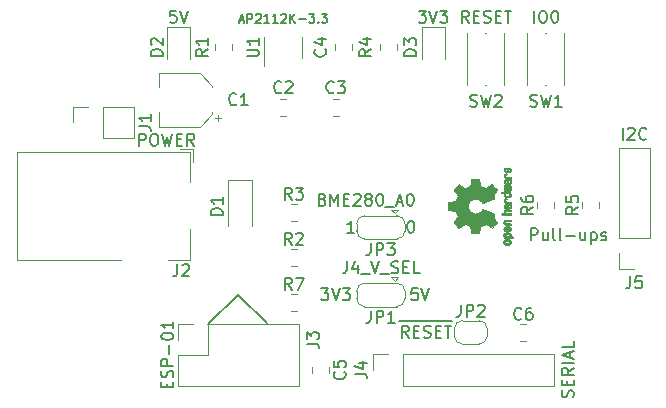
<source format=gbr>
G04 #@! TF.GenerationSoftware,KiCad,Pcbnew,(5.1.6-0-10_14)*
G04 #@! TF.CreationDate,2020-11-11T00:58:41-06:00*
G04 #@! TF.ProjectId,TempHumSensWithESP01,54656d70-4875-46d5-9365-6e7357697468,rev?*
G04 #@! TF.SameCoordinates,Original*
G04 #@! TF.FileFunction,Legend,Top*
G04 #@! TF.FilePolarity,Positive*
%FSLAX46Y46*%
G04 Gerber Fmt 4.6, Leading zero omitted, Abs format (unit mm)*
G04 Created by KiCad (PCBNEW (5.1.6-0-10_14)) date 2020-11-11 00:58:41*
%MOMM*%
%LPD*%
G01*
G04 APERTURE LIST*
%ADD10C,0.200000*%
%ADD11C,0.120000*%
%ADD12C,0.010000*%
%ADD13C,0.160000*%
G04 APERTURE END LIST*
D10*
X165743333Y-75382380D02*
X165743333Y-74382380D01*
X166124285Y-74382380D01*
X166219523Y-74430000D01*
X166267142Y-74477619D01*
X166314761Y-74572857D01*
X166314761Y-74715714D01*
X166267142Y-74810952D01*
X166219523Y-74858571D01*
X166124285Y-74906190D01*
X165743333Y-74906190D01*
X167171904Y-74715714D02*
X167171904Y-75382380D01*
X166743333Y-74715714D02*
X166743333Y-75239523D01*
X166790952Y-75334761D01*
X166886190Y-75382380D01*
X167029047Y-75382380D01*
X167124285Y-75334761D01*
X167171904Y-75287142D01*
X167790952Y-75382380D02*
X167695714Y-75334761D01*
X167648095Y-75239523D01*
X167648095Y-74382380D01*
X168314761Y-75382380D02*
X168219523Y-75334761D01*
X168171904Y-75239523D01*
X168171904Y-74382380D01*
X168695714Y-75001428D02*
X169457619Y-75001428D01*
X170362380Y-74715714D02*
X170362380Y-75382380D01*
X169933809Y-74715714D02*
X169933809Y-75239523D01*
X169981428Y-75334761D01*
X170076666Y-75382380D01*
X170219523Y-75382380D01*
X170314761Y-75334761D01*
X170362380Y-75287142D01*
X170838571Y-74715714D02*
X170838571Y-75715714D01*
X170838571Y-74763333D02*
X170933809Y-74715714D01*
X171124285Y-74715714D01*
X171219523Y-74763333D01*
X171267142Y-74810952D01*
X171314761Y-74906190D01*
X171314761Y-75191904D01*
X171267142Y-75287142D01*
X171219523Y-75334761D01*
X171124285Y-75382380D01*
X170933809Y-75382380D01*
X170838571Y-75334761D01*
X171695714Y-75334761D02*
X171790952Y-75382380D01*
X171981428Y-75382380D01*
X172076666Y-75334761D01*
X172124285Y-75239523D01*
X172124285Y-75191904D01*
X172076666Y-75096666D01*
X171981428Y-75049047D01*
X171838571Y-75049047D01*
X171743333Y-75001428D01*
X171695714Y-74906190D01*
X171695714Y-74858571D01*
X171743333Y-74763333D01*
X171838571Y-74715714D01*
X171981428Y-74715714D01*
X172076666Y-74763333D01*
X140970000Y-80010000D02*
X143383000Y-82423000D01*
X138430000Y-82490000D02*
X140970000Y-80010000D01*
D11*
X145398748Y-81355000D02*
X145921252Y-81355000D01*
X145398748Y-79935000D02*
X145921252Y-79935000D01*
X134265000Y-61240000D02*
X134265000Y-62440000D01*
X134265000Y-65760000D02*
X134265000Y-64560000D01*
X137720563Y-65760000D02*
X134265000Y-65760000D01*
X137720563Y-61240000D02*
X134265000Y-61240000D01*
X138785000Y-62304437D02*
X138785000Y-62440000D01*
X138785000Y-64695563D02*
X138785000Y-64560000D01*
X138785000Y-64695563D02*
X137720563Y-65760000D01*
X138785000Y-62304437D02*
X137720563Y-61240000D01*
X139525000Y-65060000D02*
X139025000Y-65060000D01*
X139275000Y-65310000D02*
X139275000Y-64810000D01*
X148665000Y-86101422D02*
X148665000Y-86618578D01*
X147245000Y-86101422D02*
X147245000Y-86618578D01*
D12*
G36*
X163419918Y-74900256D02*
G01*
X163447568Y-74844799D01*
X163498480Y-74795852D01*
X163517338Y-74782371D01*
X163542015Y-74767686D01*
X163568816Y-74758158D01*
X163604587Y-74752707D01*
X163656169Y-74750253D01*
X163724267Y-74749714D01*
X163817588Y-74752148D01*
X163887657Y-74760606D01*
X163939931Y-74776826D01*
X163979869Y-74802546D01*
X164012929Y-74839503D01*
X164014886Y-74842218D01*
X164034908Y-74878640D01*
X164044815Y-74922498D01*
X164047257Y-74978276D01*
X164047257Y-75068952D01*
X164135283Y-75068990D01*
X164184308Y-75069834D01*
X164213065Y-75074976D01*
X164230311Y-75088413D01*
X164244808Y-75114142D01*
X164247769Y-75120321D01*
X164261648Y-75149236D01*
X164270414Y-75171624D01*
X164271171Y-75188271D01*
X164261023Y-75199964D01*
X164237073Y-75207490D01*
X164196426Y-75211634D01*
X164136186Y-75213185D01*
X164053455Y-75212929D01*
X163945339Y-75211651D01*
X163913000Y-75211252D01*
X163801524Y-75209815D01*
X163728603Y-75208528D01*
X163728603Y-75069029D01*
X163790499Y-75068245D01*
X163830997Y-75064760D01*
X163857708Y-75056876D01*
X163878244Y-75042895D01*
X163888260Y-75033403D01*
X163917567Y-74994596D01*
X163919952Y-74960237D01*
X163895750Y-74924784D01*
X163894857Y-74923886D01*
X163876153Y-74909461D01*
X163850732Y-74900687D01*
X163811584Y-74896261D01*
X163751697Y-74894882D01*
X163738430Y-74894857D01*
X163655901Y-74898188D01*
X163598691Y-74909031D01*
X163563766Y-74928660D01*
X163548094Y-74958350D01*
X163546514Y-74975509D01*
X163553926Y-75016234D01*
X163578330Y-75044168D01*
X163622980Y-75060983D01*
X163691130Y-75068350D01*
X163728603Y-75069029D01*
X163728603Y-75208528D01*
X163715245Y-75208292D01*
X163650333Y-75206323D01*
X163602958Y-75203550D01*
X163569290Y-75199612D01*
X163545498Y-75194151D01*
X163527753Y-75186808D01*
X163512224Y-75177223D01*
X163506381Y-75173113D01*
X163451185Y-75118595D01*
X163419890Y-75049664D01*
X163411165Y-74969928D01*
X163419918Y-74900256D01*
G37*
X163419918Y-74900256D02*
X163447568Y-74844799D01*
X163498480Y-74795852D01*
X163517338Y-74782371D01*
X163542015Y-74767686D01*
X163568816Y-74758158D01*
X163604587Y-74752707D01*
X163656169Y-74750253D01*
X163724267Y-74749714D01*
X163817588Y-74752148D01*
X163887657Y-74760606D01*
X163939931Y-74776826D01*
X163979869Y-74802546D01*
X164012929Y-74839503D01*
X164014886Y-74842218D01*
X164034908Y-74878640D01*
X164044815Y-74922498D01*
X164047257Y-74978276D01*
X164047257Y-75068952D01*
X164135283Y-75068990D01*
X164184308Y-75069834D01*
X164213065Y-75074976D01*
X164230311Y-75088413D01*
X164244808Y-75114142D01*
X164247769Y-75120321D01*
X164261648Y-75149236D01*
X164270414Y-75171624D01*
X164271171Y-75188271D01*
X164261023Y-75199964D01*
X164237073Y-75207490D01*
X164196426Y-75211634D01*
X164136186Y-75213185D01*
X164053455Y-75212929D01*
X163945339Y-75211651D01*
X163913000Y-75211252D01*
X163801524Y-75209815D01*
X163728603Y-75208528D01*
X163728603Y-75069029D01*
X163790499Y-75068245D01*
X163830997Y-75064760D01*
X163857708Y-75056876D01*
X163878244Y-75042895D01*
X163888260Y-75033403D01*
X163917567Y-74994596D01*
X163919952Y-74960237D01*
X163895750Y-74924784D01*
X163894857Y-74923886D01*
X163876153Y-74909461D01*
X163850732Y-74900687D01*
X163811584Y-74896261D01*
X163751697Y-74894882D01*
X163738430Y-74894857D01*
X163655901Y-74898188D01*
X163598691Y-74909031D01*
X163563766Y-74928660D01*
X163548094Y-74958350D01*
X163546514Y-74975509D01*
X163553926Y-75016234D01*
X163578330Y-75044168D01*
X163622980Y-75060983D01*
X163691130Y-75068350D01*
X163728603Y-75069029D01*
X163728603Y-75208528D01*
X163715245Y-75208292D01*
X163650333Y-75206323D01*
X163602958Y-75203550D01*
X163569290Y-75199612D01*
X163545498Y-75194151D01*
X163527753Y-75186808D01*
X163512224Y-75177223D01*
X163506381Y-75173113D01*
X163451185Y-75118595D01*
X163419890Y-75049664D01*
X163411165Y-74969928D01*
X163419918Y-74900256D01*
G36*
X163427780Y-73783907D02*
G01*
X163454723Y-73737328D01*
X163481466Y-73704943D01*
X163509484Y-73681258D01*
X163543748Y-73664941D01*
X163589227Y-73654661D01*
X163650892Y-73649086D01*
X163733711Y-73646884D01*
X163793246Y-73646629D01*
X164012391Y-73646629D01*
X164040044Y-73708314D01*
X164067697Y-73770000D01*
X163827670Y-73777257D01*
X163738028Y-73780256D01*
X163672962Y-73783402D01*
X163628026Y-73787299D01*
X163598770Y-73792553D01*
X163580748Y-73799769D01*
X163569511Y-73809550D01*
X163567079Y-73812688D01*
X163548083Y-73860239D01*
X163555600Y-73908303D01*
X163575543Y-73936914D01*
X163589675Y-73948553D01*
X163608220Y-73956609D01*
X163636334Y-73961729D01*
X163679173Y-73964559D01*
X163741895Y-73965744D01*
X163807261Y-73965943D01*
X163889268Y-73965982D01*
X163947316Y-73967386D01*
X163986465Y-73972086D01*
X164011780Y-73982013D01*
X164028323Y-73999097D01*
X164041156Y-74025268D01*
X164054491Y-74060225D01*
X164069007Y-74098404D01*
X163811389Y-74093859D01*
X163718519Y-74092029D01*
X163649889Y-74089888D01*
X163600711Y-74086819D01*
X163566198Y-74082206D01*
X163541562Y-74075432D01*
X163522016Y-74065881D01*
X163504770Y-74054366D01*
X163449680Y-73998810D01*
X163417822Y-73931020D01*
X163410191Y-73857287D01*
X163427780Y-73783907D01*
G37*
X163427780Y-73783907D02*
X163454723Y-73737328D01*
X163481466Y-73704943D01*
X163509484Y-73681258D01*
X163543748Y-73664941D01*
X163589227Y-73654661D01*
X163650892Y-73649086D01*
X163733711Y-73646884D01*
X163793246Y-73646629D01*
X164012391Y-73646629D01*
X164040044Y-73708314D01*
X164067697Y-73770000D01*
X163827670Y-73777257D01*
X163738028Y-73780256D01*
X163672962Y-73783402D01*
X163628026Y-73787299D01*
X163598770Y-73792553D01*
X163580748Y-73799769D01*
X163569511Y-73809550D01*
X163567079Y-73812688D01*
X163548083Y-73860239D01*
X163555600Y-73908303D01*
X163575543Y-73936914D01*
X163589675Y-73948553D01*
X163608220Y-73956609D01*
X163636334Y-73961729D01*
X163679173Y-73964559D01*
X163741895Y-73965744D01*
X163807261Y-73965943D01*
X163889268Y-73965982D01*
X163947316Y-73967386D01*
X163986465Y-73972086D01*
X164011780Y-73982013D01*
X164028323Y-73999097D01*
X164041156Y-74025268D01*
X164054491Y-74060225D01*
X164069007Y-74098404D01*
X163811389Y-74093859D01*
X163718519Y-74092029D01*
X163649889Y-74089888D01*
X163600711Y-74086819D01*
X163566198Y-74082206D01*
X163541562Y-74075432D01*
X163522016Y-74065881D01*
X163504770Y-74054366D01*
X163449680Y-73998810D01*
X163417822Y-73931020D01*
X163410191Y-73857287D01*
X163427780Y-73783907D01*
G36*
X163421962Y-75458885D02*
G01*
X163457733Y-75390855D01*
X163515301Y-75340649D01*
X163552312Y-75322815D01*
X163607882Y-75308937D01*
X163678096Y-75301833D01*
X163754727Y-75301160D01*
X163829552Y-75306573D01*
X163894342Y-75317730D01*
X163940873Y-75334286D01*
X163948887Y-75339374D01*
X164008707Y-75399645D01*
X164044535Y-75471231D01*
X164055020Y-75548908D01*
X164038810Y-75627452D01*
X164029092Y-75649311D01*
X163999143Y-75691878D01*
X163959433Y-75729237D01*
X163954397Y-75732768D01*
X163930124Y-75747119D01*
X163904178Y-75756606D01*
X163870022Y-75762210D01*
X163821119Y-75764914D01*
X163750935Y-75765701D01*
X163735200Y-75765714D01*
X163730192Y-75765678D01*
X163730192Y-75620571D01*
X163796430Y-75619727D01*
X163840386Y-75616404D01*
X163868779Y-75609417D01*
X163888325Y-75597584D01*
X163894857Y-75591543D01*
X163919680Y-75556814D01*
X163918548Y-75523097D01*
X163897016Y-75489005D01*
X163874029Y-75468671D01*
X163840478Y-75456629D01*
X163787569Y-75449866D01*
X163781399Y-75449402D01*
X163685513Y-75448248D01*
X163614299Y-75460312D01*
X163568194Y-75485430D01*
X163547635Y-75523440D01*
X163546514Y-75537008D01*
X163552152Y-75572636D01*
X163571686Y-75597006D01*
X163609042Y-75611907D01*
X163668150Y-75619125D01*
X163730192Y-75620571D01*
X163730192Y-75765678D01*
X163660413Y-75765174D01*
X163608159Y-75762904D01*
X163571949Y-75757932D01*
X163545299Y-75749287D01*
X163521722Y-75735995D01*
X163517338Y-75733057D01*
X163458249Y-75683687D01*
X163423947Y-75629891D01*
X163410331Y-75564398D01*
X163409665Y-75542158D01*
X163421962Y-75458885D01*
G37*
X163421962Y-75458885D02*
X163457733Y-75390855D01*
X163515301Y-75340649D01*
X163552312Y-75322815D01*
X163607882Y-75308937D01*
X163678096Y-75301833D01*
X163754727Y-75301160D01*
X163829552Y-75306573D01*
X163894342Y-75317730D01*
X163940873Y-75334286D01*
X163948887Y-75339374D01*
X164008707Y-75399645D01*
X164044535Y-75471231D01*
X164055020Y-75548908D01*
X164038810Y-75627452D01*
X164029092Y-75649311D01*
X163999143Y-75691878D01*
X163959433Y-75729237D01*
X163954397Y-75732768D01*
X163930124Y-75747119D01*
X163904178Y-75756606D01*
X163870022Y-75762210D01*
X163821119Y-75764914D01*
X163750935Y-75765701D01*
X163735200Y-75765714D01*
X163730192Y-75765678D01*
X163730192Y-75620571D01*
X163796430Y-75619727D01*
X163840386Y-75616404D01*
X163868779Y-75609417D01*
X163888325Y-75597584D01*
X163894857Y-75591543D01*
X163919680Y-75556814D01*
X163918548Y-75523097D01*
X163897016Y-75489005D01*
X163874029Y-75468671D01*
X163840478Y-75456629D01*
X163787569Y-75449866D01*
X163781399Y-75449402D01*
X163685513Y-75448248D01*
X163614299Y-75460312D01*
X163568194Y-75485430D01*
X163547635Y-75523440D01*
X163546514Y-75537008D01*
X163552152Y-75572636D01*
X163571686Y-75597006D01*
X163609042Y-75611907D01*
X163668150Y-75619125D01*
X163730192Y-75620571D01*
X163730192Y-75765678D01*
X163660413Y-75765174D01*
X163608159Y-75762904D01*
X163571949Y-75757932D01*
X163545299Y-75749287D01*
X163521722Y-75735995D01*
X163517338Y-75733057D01*
X163458249Y-75683687D01*
X163423947Y-75629891D01*
X163410331Y-75564398D01*
X163409665Y-75542158D01*
X163421962Y-75458885D01*
G36*
X163431239Y-74331697D02*
G01*
X163469735Y-74274473D01*
X163525335Y-74230251D01*
X163596086Y-74203833D01*
X163648162Y-74198490D01*
X163669893Y-74199097D01*
X163686531Y-74204178D01*
X163701437Y-74218145D01*
X163717973Y-74245411D01*
X163739498Y-74290388D01*
X163769374Y-74357489D01*
X163769524Y-74357829D01*
X163797813Y-74419593D01*
X163822933Y-74470241D01*
X163842179Y-74504596D01*
X163852848Y-74517482D01*
X163852934Y-74517486D01*
X163876166Y-74506128D01*
X163901774Y-74479569D01*
X163920221Y-74449077D01*
X163923886Y-74433630D01*
X163911212Y-74391485D01*
X163879471Y-74355192D01*
X163844572Y-74337483D01*
X163818845Y-74320448D01*
X163789546Y-74287078D01*
X163764235Y-74247851D01*
X163750471Y-74213244D01*
X163749714Y-74206007D01*
X163762160Y-74197861D01*
X163793972Y-74197370D01*
X163836866Y-74203357D01*
X163882558Y-74214643D01*
X163922761Y-74230050D01*
X163924322Y-74230829D01*
X163989062Y-74277196D01*
X164033097Y-74337289D01*
X164054711Y-74405535D01*
X164052185Y-74476362D01*
X164023804Y-74544196D01*
X164021808Y-74547212D01*
X163973448Y-74600573D01*
X163910352Y-74635660D01*
X163827387Y-74655078D01*
X163804078Y-74657684D01*
X163694055Y-74662299D01*
X163642748Y-74656767D01*
X163642748Y-74517486D01*
X163674753Y-74515676D01*
X163684093Y-74505778D01*
X163677105Y-74481102D01*
X163660587Y-74442205D01*
X163639881Y-74398725D01*
X163639333Y-74397644D01*
X163619949Y-74360791D01*
X163607013Y-74346000D01*
X163593451Y-74349647D01*
X163575632Y-74365005D01*
X163549845Y-74404077D01*
X163547950Y-74446154D01*
X163566717Y-74483897D01*
X163602915Y-74509966D01*
X163642748Y-74517486D01*
X163642748Y-74656767D01*
X163606027Y-74652806D01*
X163536212Y-74628450D01*
X163487302Y-74594544D01*
X163437878Y-74533347D01*
X163413359Y-74465937D01*
X163411797Y-74397120D01*
X163431239Y-74331697D01*
G37*
X163431239Y-74331697D02*
X163469735Y-74274473D01*
X163525335Y-74230251D01*
X163596086Y-74203833D01*
X163648162Y-74198490D01*
X163669893Y-74199097D01*
X163686531Y-74204178D01*
X163701437Y-74218145D01*
X163717973Y-74245411D01*
X163739498Y-74290388D01*
X163769374Y-74357489D01*
X163769524Y-74357829D01*
X163797813Y-74419593D01*
X163822933Y-74470241D01*
X163842179Y-74504596D01*
X163852848Y-74517482D01*
X163852934Y-74517486D01*
X163876166Y-74506128D01*
X163901774Y-74479569D01*
X163920221Y-74449077D01*
X163923886Y-74433630D01*
X163911212Y-74391485D01*
X163879471Y-74355192D01*
X163844572Y-74337483D01*
X163818845Y-74320448D01*
X163789546Y-74287078D01*
X163764235Y-74247851D01*
X163750471Y-74213244D01*
X163749714Y-74206007D01*
X163762160Y-74197861D01*
X163793972Y-74197370D01*
X163836866Y-74203357D01*
X163882558Y-74214643D01*
X163922761Y-74230050D01*
X163924322Y-74230829D01*
X163989062Y-74277196D01*
X164033097Y-74337289D01*
X164054711Y-74405535D01*
X164052185Y-74476362D01*
X164023804Y-74544196D01*
X164021808Y-74547212D01*
X163973448Y-74600573D01*
X163910352Y-74635660D01*
X163827387Y-74655078D01*
X163804078Y-74657684D01*
X163694055Y-74662299D01*
X163642748Y-74656767D01*
X163642748Y-74517486D01*
X163674753Y-74515676D01*
X163684093Y-74505778D01*
X163677105Y-74481102D01*
X163660587Y-74442205D01*
X163639881Y-74398725D01*
X163639333Y-74397644D01*
X163619949Y-74360791D01*
X163607013Y-74346000D01*
X163593451Y-74349647D01*
X163575632Y-74365005D01*
X163549845Y-74404077D01*
X163547950Y-74446154D01*
X163566717Y-74483897D01*
X163602915Y-74509966D01*
X163642748Y-74517486D01*
X163642748Y-74656767D01*
X163606027Y-74652806D01*
X163536212Y-74628450D01*
X163487302Y-74594544D01*
X163437878Y-74533347D01*
X163413359Y-74465937D01*
X163411797Y-74397120D01*
X163431239Y-74331697D01*
G36*
X163351289Y-73124114D02*
G01*
X163410613Y-73119861D01*
X163445572Y-73114975D01*
X163460820Y-73108205D01*
X163461015Y-73098298D01*
X163459195Y-73095086D01*
X163446015Y-73052356D01*
X163446785Y-72996773D01*
X163460333Y-72940263D01*
X163477861Y-72904918D01*
X163505861Y-72868679D01*
X163537549Y-72842187D01*
X163577813Y-72824001D01*
X163631543Y-72812678D01*
X163703626Y-72806778D01*
X163798951Y-72804857D01*
X163817237Y-72804823D01*
X164022646Y-72804800D01*
X164038580Y-72850509D01*
X164049420Y-72882973D01*
X164054468Y-72900785D01*
X164054514Y-72901309D01*
X164040828Y-72903063D01*
X164003076Y-72904556D01*
X163946224Y-72905674D01*
X163875234Y-72906303D01*
X163832073Y-72906400D01*
X163746973Y-72906602D01*
X163685981Y-72907642D01*
X163644177Y-72910169D01*
X163616642Y-72914836D01*
X163598456Y-72922293D01*
X163584698Y-72933189D01*
X163578073Y-72939993D01*
X163551375Y-72986728D01*
X163549375Y-73037728D01*
X163571955Y-73083999D01*
X163580107Y-73092556D01*
X163595436Y-73105107D01*
X163613618Y-73113812D01*
X163639909Y-73119369D01*
X163679562Y-73122474D01*
X163737832Y-73123824D01*
X163818173Y-73124114D01*
X164022646Y-73124114D01*
X164038580Y-73169823D01*
X164049420Y-73202287D01*
X164054468Y-73220099D01*
X164054514Y-73220623D01*
X164040623Y-73221963D01*
X164001439Y-73223172D01*
X163940700Y-73224199D01*
X163862141Y-73224998D01*
X163769498Y-73225519D01*
X163666509Y-73225714D01*
X163269342Y-73225714D01*
X163249444Y-73178543D01*
X163229547Y-73131371D01*
X163351289Y-73124114D01*
G37*
X163351289Y-73124114D02*
X163410613Y-73119861D01*
X163445572Y-73114975D01*
X163460820Y-73108205D01*
X163461015Y-73098298D01*
X163459195Y-73095086D01*
X163446015Y-73052356D01*
X163446785Y-72996773D01*
X163460333Y-72940263D01*
X163477861Y-72904918D01*
X163505861Y-72868679D01*
X163537549Y-72842187D01*
X163577813Y-72824001D01*
X163631543Y-72812678D01*
X163703626Y-72806778D01*
X163798951Y-72804857D01*
X163817237Y-72804823D01*
X164022646Y-72804800D01*
X164038580Y-72850509D01*
X164049420Y-72882973D01*
X164054468Y-72900785D01*
X164054514Y-72901309D01*
X164040828Y-72903063D01*
X164003076Y-72904556D01*
X163946224Y-72905674D01*
X163875234Y-72906303D01*
X163832073Y-72906400D01*
X163746973Y-72906602D01*
X163685981Y-72907642D01*
X163644177Y-72910169D01*
X163616642Y-72914836D01*
X163598456Y-72922293D01*
X163584698Y-72933189D01*
X163578073Y-72939993D01*
X163551375Y-72986728D01*
X163549375Y-73037728D01*
X163571955Y-73083999D01*
X163580107Y-73092556D01*
X163595436Y-73105107D01*
X163613618Y-73113812D01*
X163639909Y-73119369D01*
X163679562Y-73122474D01*
X163737832Y-73123824D01*
X163818173Y-73124114D01*
X164022646Y-73124114D01*
X164038580Y-73169823D01*
X164049420Y-73202287D01*
X164054468Y-73220099D01*
X164054514Y-73220623D01*
X164040623Y-73221963D01*
X164001439Y-73223172D01*
X163940700Y-73224199D01*
X163862141Y-73224998D01*
X163769498Y-73225519D01*
X163666509Y-73225714D01*
X163269342Y-73225714D01*
X163249444Y-73178543D01*
X163229547Y-73131371D01*
X163351289Y-73124114D01*
G36*
X163450968Y-72460256D02*
G01*
X163472087Y-72403384D01*
X163472493Y-72402733D01*
X163498380Y-72367560D01*
X163528633Y-72341593D01*
X163568058Y-72323330D01*
X163621462Y-72311268D01*
X163693651Y-72303904D01*
X163789432Y-72299736D01*
X163803078Y-72299371D01*
X164008842Y-72294124D01*
X164031678Y-72338284D01*
X164047110Y-72370237D01*
X164054423Y-72389530D01*
X164054514Y-72390422D01*
X164041022Y-72393761D01*
X164004626Y-72396413D01*
X163951452Y-72398044D01*
X163908393Y-72398400D01*
X163838641Y-72398408D01*
X163794837Y-72401597D01*
X163773944Y-72412712D01*
X163772925Y-72436499D01*
X163788741Y-72477704D01*
X163817815Y-72539914D01*
X163841963Y-72585659D01*
X163862913Y-72609187D01*
X163885747Y-72616104D01*
X163886877Y-72616114D01*
X163926212Y-72604701D01*
X163947462Y-72570908D01*
X163950539Y-72519191D01*
X163950006Y-72481939D01*
X163960735Y-72462297D01*
X163986505Y-72450048D01*
X164019337Y-72442998D01*
X164037966Y-72453158D01*
X164040632Y-72456983D01*
X164051340Y-72492999D01*
X164052856Y-72543434D01*
X164045759Y-72595374D01*
X164032788Y-72632178D01*
X163989585Y-72683062D01*
X163929446Y-72711986D01*
X163882462Y-72717714D01*
X163840082Y-72713343D01*
X163805488Y-72697525D01*
X163774763Y-72666203D01*
X163743990Y-72615322D01*
X163709252Y-72540824D01*
X163707288Y-72536286D01*
X163676287Y-72469179D01*
X163650862Y-72427768D01*
X163628014Y-72410019D01*
X163604745Y-72413893D01*
X163578056Y-72437357D01*
X163571914Y-72444373D01*
X163548100Y-72491370D01*
X163549103Y-72540067D01*
X163572451Y-72582478D01*
X163615675Y-72610616D01*
X163624160Y-72613231D01*
X163665308Y-72638692D01*
X163685128Y-72670999D01*
X163704770Y-72717714D01*
X163653950Y-72717714D01*
X163580082Y-72703504D01*
X163512327Y-72661325D01*
X163489661Y-72639376D01*
X163460569Y-72589483D01*
X163447400Y-72526033D01*
X163450968Y-72460256D01*
G37*
X163450968Y-72460256D02*
X163472087Y-72403384D01*
X163472493Y-72402733D01*
X163498380Y-72367560D01*
X163528633Y-72341593D01*
X163568058Y-72323330D01*
X163621462Y-72311268D01*
X163693651Y-72303904D01*
X163789432Y-72299736D01*
X163803078Y-72299371D01*
X164008842Y-72294124D01*
X164031678Y-72338284D01*
X164047110Y-72370237D01*
X164054423Y-72389530D01*
X164054514Y-72390422D01*
X164041022Y-72393761D01*
X164004626Y-72396413D01*
X163951452Y-72398044D01*
X163908393Y-72398400D01*
X163838641Y-72398408D01*
X163794837Y-72401597D01*
X163773944Y-72412712D01*
X163772925Y-72436499D01*
X163788741Y-72477704D01*
X163817815Y-72539914D01*
X163841963Y-72585659D01*
X163862913Y-72609187D01*
X163885747Y-72616104D01*
X163886877Y-72616114D01*
X163926212Y-72604701D01*
X163947462Y-72570908D01*
X163950539Y-72519191D01*
X163950006Y-72481939D01*
X163960735Y-72462297D01*
X163986505Y-72450048D01*
X164019337Y-72442998D01*
X164037966Y-72453158D01*
X164040632Y-72456983D01*
X164051340Y-72492999D01*
X164052856Y-72543434D01*
X164045759Y-72595374D01*
X164032788Y-72632178D01*
X163989585Y-72683062D01*
X163929446Y-72711986D01*
X163882462Y-72717714D01*
X163840082Y-72713343D01*
X163805488Y-72697525D01*
X163774763Y-72666203D01*
X163743990Y-72615322D01*
X163709252Y-72540824D01*
X163707288Y-72536286D01*
X163676287Y-72469179D01*
X163650862Y-72427768D01*
X163628014Y-72410019D01*
X163604745Y-72413893D01*
X163578056Y-72437357D01*
X163571914Y-72444373D01*
X163548100Y-72491370D01*
X163549103Y-72540067D01*
X163572451Y-72582478D01*
X163615675Y-72610616D01*
X163624160Y-72613231D01*
X163665308Y-72638692D01*
X163685128Y-72670999D01*
X163704770Y-72717714D01*
X163653950Y-72717714D01*
X163580082Y-72703504D01*
X163512327Y-72661325D01*
X163489661Y-72639376D01*
X163460569Y-72589483D01*
X163447400Y-72526033D01*
X163450968Y-72460256D01*
G36*
X163449755Y-71970074D02*
G01*
X163474084Y-71904142D01*
X163517117Y-71850727D01*
X163547409Y-71829836D01*
X163602994Y-71807061D01*
X163643186Y-71807534D01*
X163670217Y-71831438D01*
X163674813Y-71840283D01*
X163689144Y-71878470D01*
X163685472Y-71897972D01*
X163661407Y-71904578D01*
X163648114Y-71904914D01*
X163599210Y-71917008D01*
X163564999Y-71948529D01*
X163548476Y-71992341D01*
X163552634Y-72041305D01*
X163574227Y-72081106D01*
X163586544Y-72094550D01*
X163601487Y-72104079D01*
X163624075Y-72110515D01*
X163659328Y-72114683D01*
X163712266Y-72117403D01*
X163787907Y-72119498D01*
X163811857Y-72120040D01*
X163893790Y-72122019D01*
X163951455Y-72124269D01*
X163989608Y-72127643D01*
X164013004Y-72132994D01*
X164026398Y-72141176D01*
X164034545Y-72153041D01*
X164038144Y-72160638D01*
X164050452Y-72192898D01*
X164054514Y-72211889D01*
X164040948Y-72218164D01*
X163999934Y-72221994D01*
X163930999Y-72223400D01*
X163833669Y-72222402D01*
X163818657Y-72222092D01*
X163729859Y-72219899D01*
X163665019Y-72217307D01*
X163619067Y-72213618D01*
X163586935Y-72208136D01*
X163563553Y-72200165D01*
X163543852Y-72189007D01*
X163535410Y-72183170D01*
X163498057Y-72149704D01*
X163469003Y-72112273D01*
X163466467Y-72107691D01*
X163446443Y-72040574D01*
X163449755Y-71970074D01*
G37*
X163449755Y-71970074D02*
X163474084Y-71904142D01*
X163517117Y-71850727D01*
X163547409Y-71829836D01*
X163602994Y-71807061D01*
X163643186Y-71807534D01*
X163670217Y-71831438D01*
X163674813Y-71840283D01*
X163689144Y-71878470D01*
X163685472Y-71897972D01*
X163661407Y-71904578D01*
X163648114Y-71904914D01*
X163599210Y-71917008D01*
X163564999Y-71948529D01*
X163548476Y-71992341D01*
X163552634Y-72041305D01*
X163574227Y-72081106D01*
X163586544Y-72094550D01*
X163601487Y-72104079D01*
X163624075Y-72110515D01*
X163659328Y-72114683D01*
X163712266Y-72117403D01*
X163787907Y-72119498D01*
X163811857Y-72120040D01*
X163893790Y-72122019D01*
X163951455Y-72124269D01*
X163989608Y-72127643D01*
X164013004Y-72132994D01*
X164026398Y-72141176D01*
X164034545Y-72153041D01*
X164038144Y-72160638D01*
X164050452Y-72192898D01*
X164054514Y-72211889D01*
X164040948Y-72218164D01*
X163999934Y-72221994D01*
X163930999Y-72223400D01*
X163833669Y-72222402D01*
X163818657Y-72222092D01*
X163729859Y-72219899D01*
X163665019Y-72217307D01*
X163619067Y-72213618D01*
X163586935Y-72208136D01*
X163563553Y-72200165D01*
X163543852Y-72189007D01*
X163535410Y-72183170D01*
X163498057Y-72149704D01*
X163469003Y-72112273D01*
X163466467Y-72107691D01*
X163446443Y-72040574D01*
X163449755Y-71970074D01*
G36*
X163565358Y-71309883D02*
G01*
X163673837Y-71310067D01*
X163757287Y-71310781D01*
X163819704Y-71312325D01*
X163865085Y-71314999D01*
X163897429Y-71319106D01*
X163920733Y-71324945D01*
X163938995Y-71332818D01*
X163949418Y-71338779D01*
X164005945Y-71388145D01*
X164041377Y-71450736D01*
X164054090Y-71519987D01*
X164042463Y-71589332D01*
X164021568Y-71630625D01*
X163985422Y-71673975D01*
X163941276Y-71703519D01*
X163883462Y-71721345D01*
X163806313Y-71729537D01*
X163749714Y-71730698D01*
X163745647Y-71730542D01*
X163745647Y-71629143D01*
X163810550Y-71628524D01*
X163853514Y-71625686D01*
X163881622Y-71619160D01*
X163901953Y-71607477D01*
X163917288Y-71593517D01*
X163946890Y-71546635D01*
X163949419Y-71496299D01*
X163924705Y-71448724D01*
X163921356Y-71445021D01*
X163903935Y-71429217D01*
X163883209Y-71419307D01*
X163852362Y-71413942D01*
X163804577Y-71411772D01*
X163751748Y-71411429D01*
X163685381Y-71412173D01*
X163641106Y-71415252D01*
X163612009Y-71421939D01*
X163591173Y-71433504D01*
X163580107Y-71442987D01*
X163552198Y-71487040D01*
X163548843Y-71537776D01*
X163570159Y-71586204D01*
X163578073Y-71595550D01*
X163595647Y-71611460D01*
X163616587Y-71621390D01*
X163647782Y-71626722D01*
X163696122Y-71628837D01*
X163745647Y-71629143D01*
X163745647Y-71730542D01*
X163658568Y-71727190D01*
X163590086Y-71715274D01*
X163538600Y-71692865D01*
X163498443Y-71657876D01*
X163477861Y-71630625D01*
X163455625Y-71581093D01*
X163445304Y-71523684D01*
X163448067Y-71470318D01*
X163459212Y-71440457D01*
X163462383Y-71428739D01*
X163450557Y-71420963D01*
X163418866Y-71415535D01*
X163370593Y-71411429D01*
X163316829Y-71406933D01*
X163284482Y-71400687D01*
X163265985Y-71389324D01*
X163253770Y-71369472D01*
X163248362Y-71357000D01*
X163228601Y-71309829D01*
X163565358Y-71309883D01*
G37*
X163565358Y-71309883D02*
X163673837Y-71310067D01*
X163757287Y-71310781D01*
X163819704Y-71312325D01*
X163865085Y-71314999D01*
X163897429Y-71319106D01*
X163920733Y-71324945D01*
X163938995Y-71332818D01*
X163949418Y-71338779D01*
X164005945Y-71388145D01*
X164041377Y-71450736D01*
X164054090Y-71519987D01*
X164042463Y-71589332D01*
X164021568Y-71630625D01*
X163985422Y-71673975D01*
X163941276Y-71703519D01*
X163883462Y-71721345D01*
X163806313Y-71729537D01*
X163749714Y-71730698D01*
X163745647Y-71730542D01*
X163745647Y-71629143D01*
X163810550Y-71628524D01*
X163853514Y-71625686D01*
X163881622Y-71619160D01*
X163901953Y-71607477D01*
X163917288Y-71593517D01*
X163946890Y-71546635D01*
X163949419Y-71496299D01*
X163924705Y-71448724D01*
X163921356Y-71445021D01*
X163903935Y-71429217D01*
X163883209Y-71419307D01*
X163852362Y-71413942D01*
X163804577Y-71411772D01*
X163751748Y-71411429D01*
X163685381Y-71412173D01*
X163641106Y-71415252D01*
X163612009Y-71421939D01*
X163591173Y-71433504D01*
X163580107Y-71442987D01*
X163552198Y-71487040D01*
X163548843Y-71537776D01*
X163570159Y-71586204D01*
X163578073Y-71595550D01*
X163595647Y-71611460D01*
X163616587Y-71621390D01*
X163647782Y-71626722D01*
X163696122Y-71628837D01*
X163745647Y-71629143D01*
X163745647Y-71730542D01*
X163658568Y-71727190D01*
X163590086Y-71715274D01*
X163538600Y-71692865D01*
X163498443Y-71657876D01*
X163477861Y-71630625D01*
X163455625Y-71581093D01*
X163445304Y-71523684D01*
X163448067Y-71470318D01*
X163459212Y-71440457D01*
X163462383Y-71428739D01*
X163450557Y-71420963D01*
X163418866Y-71415535D01*
X163370593Y-71411429D01*
X163316829Y-71406933D01*
X163284482Y-71400687D01*
X163265985Y-71389324D01*
X163253770Y-71369472D01*
X163248362Y-71357000D01*
X163228601Y-71309829D01*
X163565358Y-71309883D01*
G36*
X163458663Y-70720167D02*
G01*
X163496850Y-70717952D01*
X163554886Y-70716216D01*
X163628180Y-70715101D01*
X163705055Y-70714743D01*
X163965196Y-70714743D01*
X164011127Y-70760674D01*
X164039429Y-70792325D01*
X164050893Y-70820110D01*
X164050168Y-70858085D01*
X164048321Y-70873160D01*
X164042948Y-70920274D01*
X164039869Y-70959244D01*
X164039585Y-70968743D01*
X164041445Y-71000767D01*
X164046114Y-71046568D01*
X164048321Y-71064326D01*
X164051735Y-71107943D01*
X164044320Y-71137255D01*
X164021427Y-71166320D01*
X164011127Y-71176812D01*
X163965196Y-71222743D01*
X163478602Y-71222743D01*
X163461758Y-71185774D01*
X163449282Y-71153941D01*
X163444914Y-71135317D01*
X163458718Y-71130542D01*
X163497286Y-71126079D01*
X163556356Y-71122225D01*
X163631663Y-71119278D01*
X163695286Y-71117857D01*
X163945657Y-71113886D01*
X163950556Y-71079241D01*
X163947131Y-71047732D01*
X163936041Y-71032292D01*
X163915308Y-71027977D01*
X163871145Y-71024292D01*
X163809146Y-71021531D01*
X163734909Y-71019988D01*
X163696706Y-71019765D01*
X163476783Y-71019543D01*
X163460849Y-70973834D01*
X163450015Y-70941482D01*
X163444962Y-70923885D01*
X163444914Y-70923377D01*
X163458648Y-70921612D01*
X163496730Y-70919671D01*
X163554482Y-70917718D01*
X163627227Y-70915916D01*
X163695286Y-70914657D01*
X163945657Y-70910686D01*
X163945657Y-70823600D01*
X163717240Y-70819604D01*
X163488822Y-70815608D01*
X163466868Y-70773153D01*
X163451793Y-70741808D01*
X163444951Y-70723256D01*
X163444914Y-70722721D01*
X163458663Y-70720167D01*
G37*
X163458663Y-70720167D02*
X163496850Y-70717952D01*
X163554886Y-70716216D01*
X163628180Y-70715101D01*
X163705055Y-70714743D01*
X163965196Y-70714743D01*
X164011127Y-70760674D01*
X164039429Y-70792325D01*
X164050893Y-70820110D01*
X164050168Y-70858085D01*
X164048321Y-70873160D01*
X164042948Y-70920274D01*
X164039869Y-70959244D01*
X164039585Y-70968743D01*
X164041445Y-71000767D01*
X164046114Y-71046568D01*
X164048321Y-71064326D01*
X164051735Y-71107943D01*
X164044320Y-71137255D01*
X164021427Y-71166320D01*
X164011127Y-71176812D01*
X163965196Y-71222743D01*
X163478602Y-71222743D01*
X163461758Y-71185774D01*
X163449282Y-71153941D01*
X163444914Y-71135317D01*
X163458718Y-71130542D01*
X163497286Y-71126079D01*
X163556356Y-71122225D01*
X163631663Y-71119278D01*
X163695286Y-71117857D01*
X163945657Y-71113886D01*
X163950556Y-71079241D01*
X163947131Y-71047732D01*
X163936041Y-71032292D01*
X163915308Y-71027977D01*
X163871145Y-71024292D01*
X163809146Y-71021531D01*
X163734909Y-71019988D01*
X163696706Y-71019765D01*
X163476783Y-71019543D01*
X163460849Y-70973834D01*
X163450015Y-70941482D01*
X163444962Y-70923885D01*
X163444914Y-70923377D01*
X163458648Y-70921612D01*
X163496730Y-70919671D01*
X163554482Y-70917718D01*
X163627227Y-70915916D01*
X163695286Y-70914657D01*
X163945657Y-70910686D01*
X163945657Y-70823600D01*
X163717240Y-70819604D01*
X163488822Y-70815608D01*
X163466868Y-70773153D01*
X163451793Y-70741808D01*
X163444951Y-70723256D01*
X163444914Y-70722721D01*
X163458663Y-70720167D01*
G36*
X163456335Y-70355124D02*
G01*
X163475344Y-70313333D01*
X163498378Y-70280531D01*
X163524133Y-70256497D01*
X163557358Y-70239903D01*
X163602800Y-70229423D01*
X163665207Y-70223729D01*
X163749327Y-70221493D01*
X163804721Y-70221257D01*
X164020826Y-70221257D01*
X164037670Y-70258226D01*
X164049981Y-70287344D01*
X164054514Y-70301769D01*
X164041025Y-70304528D01*
X164004653Y-70306718D01*
X163951542Y-70308058D01*
X163909372Y-70308343D01*
X163848447Y-70309566D01*
X163800115Y-70312864D01*
X163770518Y-70317679D01*
X163764229Y-70321504D01*
X163770652Y-70347217D01*
X163787125Y-70387582D01*
X163809458Y-70434321D01*
X163833457Y-70479155D01*
X163854930Y-70513807D01*
X163869685Y-70529998D01*
X163869845Y-70530062D01*
X163897152Y-70528670D01*
X163923219Y-70516182D01*
X163944392Y-70494257D01*
X163951474Y-70462257D01*
X163950649Y-70434908D01*
X163950042Y-70396174D01*
X163959116Y-70375842D01*
X163983092Y-70363631D01*
X163987613Y-70362091D01*
X164021806Y-70356797D01*
X164042568Y-70370953D01*
X164052462Y-70407852D01*
X164054292Y-70447711D01*
X164040727Y-70519438D01*
X164021355Y-70556568D01*
X163975845Y-70602424D01*
X163919983Y-70626744D01*
X163860957Y-70628927D01*
X163805953Y-70608371D01*
X163771486Y-70577451D01*
X163752189Y-70546580D01*
X163727759Y-70498058D01*
X163702985Y-70441515D01*
X163699199Y-70432090D01*
X163671791Y-70369981D01*
X163647634Y-70334178D01*
X163623619Y-70322663D01*
X163596635Y-70333420D01*
X163575543Y-70351886D01*
X163549572Y-70395531D01*
X163547624Y-70443554D01*
X163567637Y-70487594D01*
X163607551Y-70519291D01*
X163617848Y-70523451D01*
X163655724Y-70547673D01*
X163683842Y-70583035D01*
X163706917Y-70627657D01*
X163641485Y-70627657D01*
X163601506Y-70625031D01*
X163569997Y-70613770D01*
X163536378Y-70588801D01*
X163510484Y-70564831D01*
X163473817Y-70527559D01*
X163454121Y-70498599D01*
X163446220Y-70467495D01*
X163444914Y-70432287D01*
X163456335Y-70355124D01*
G37*
X163456335Y-70355124D02*
X163475344Y-70313333D01*
X163498378Y-70280531D01*
X163524133Y-70256497D01*
X163557358Y-70239903D01*
X163602800Y-70229423D01*
X163665207Y-70223729D01*
X163749327Y-70221493D01*
X163804721Y-70221257D01*
X164020826Y-70221257D01*
X164037670Y-70258226D01*
X164049981Y-70287344D01*
X164054514Y-70301769D01*
X164041025Y-70304528D01*
X164004653Y-70306718D01*
X163951542Y-70308058D01*
X163909372Y-70308343D01*
X163848447Y-70309566D01*
X163800115Y-70312864D01*
X163770518Y-70317679D01*
X163764229Y-70321504D01*
X163770652Y-70347217D01*
X163787125Y-70387582D01*
X163809458Y-70434321D01*
X163833457Y-70479155D01*
X163854930Y-70513807D01*
X163869685Y-70529998D01*
X163869845Y-70530062D01*
X163897152Y-70528670D01*
X163923219Y-70516182D01*
X163944392Y-70494257D01*
X163951474Y-70462257D01*
X163950649Y-70434908D01*
X163950042Y-70396174D01*
X163959116Y-70375842D01*
X163983092Y-70363631D01*
X163987613Y-70362091D01*
X164021806Y-70356797D01*
X164042568Y-70370953D01*
X164052462Y-70407852D01*
X164054292Y-70447711D01*
X164040727Y-70519438D01*
X164021355Y-70556568D01*
X163975845Y-70602424D01*
X163919983Y-70626744D01*
X163860957Y-70628927D01*
X163805953Y-70608371D01*
X163771486Y-70577451D01*
X163752189Y-70546580D01*
X163727759Y-70498058D01*
X163702985Y-70441515D01*
X163699199Y-70432090D01*
X163671791Y-70369981D01*
X163647634Y-70334178D01*
X163623619Y-70322663D01*
X163596635Y-70333420D01*
X163575543Y-70351886D01*
X163549572Y-70395531D01*
X163547624Y-70443554D01*
X163567637Y-70487594D01*
X163607551Y-70519291D01*
X163617848Y-70523451D01*
X163655724Y-70547673D01*
X163683842Y-70583035D01*
X163706917Y-70627657D01*
X163641485Y-70627657D01*
X163601506Y-70625031D01*
X163569997Y-70613770D01*
X163536378Y-70588801D01*
X163510484Y-70564831D01*
X163473817Y-70527559D01*
X163454121Y-70498599D01*
X163446220Y-70467495D01*
X163444914Y-70432287D01*
X163456335Y-70355124D01*
G36*
X163458752Y-69847400D02*
G01*
X163466334Y-69830052D01*
X163499128Y-69788644D01*
X163546547Y-69753235D01*
X163597151Y-69731336D01*
X163622098Y-69727771D01*
X163656927Y-69739721D01*
X163675357Y-69765933D01*
X163686516Y-69794036D01*
X163688572Y-69806905D01*
X163673649Y-69813171D01*
X163641175Y-69825544D01*
X163626502Y-69830972D01*
X163575744Y-69861410D01*
X163550427Y-69905480D01*
X163551206Y-69961990D01*
X163552203Y-69966175D01*
X163566507Y-69996345D01*
X163594393Y-70018524D01*
X163639287Y-70033673D01*
X163704615Y-70042750D01*
X163793804Y-70046714D01*
X163841261Y-70047086D01*
X163916071Y-70047270D01*
X163967069Y-70048478D01*
X163999471Y-70051691D01*
X164018495Y-70057891D01*
X164029356Y-70068060D01*
X164037272Y-70083181D01*
X164037670Y-70084054D01*
X164049981Y-70113172D01*
X164054514Y-70127597D01*
X164040809Y-70129814D01*
X164002925Y-70131711D01*
X163945715Y-70133153D01*
X163874027Y-70134002D01*
X163821565Y-70134171D01*
X163720047Y-70133308D01*
X163643032Y-70129930D01*
X163586023Y-70122858D01*
X163544526Y-70110912D01*
X163514043Y-70092910D01*
X163490080Y-70067673D01*
X163473355Y-70042753D01*
X163451097Y-69982829D01*
X163446076Y-69913089D01*
X163458752Y-69847400D01*
G37*
X163458752Y-69847400D02*
X163466334Y-69830052D01*
X163499128Y-69788644D01*
X163546547Y-69753235D01*
X163597151Y-69731336D01*
X163622098Y-69727771D01*
X163656927Y-69739721D01*
X163675357Y-69765933D01*
X163686516Y-69794036D01*
X163688572Y-69806905D01*
X163673649Y-69813171D01*
X163641175Y-69825544D01*
X163626502Y-69830972D01*
X163575744Y-69861410D01*
X163550427Y-69905480D01*
X163551206Y-69961990D01*
X163552203Y-69966175D01*
X163566507Y-69996345D01*
X163594393Y-70018524D01*
X163639287Y-70033673D01*
X163704615Y-70042750D01*
X163793804Y-70046714D01*
X163841261Y-70047086D01*
X163916071Y-70047270D01*
X163967069Y-70048478D01*
X163999471Y-70051691D01*
X164018495Y-70057891D01*
X164029356Y-70068060D01*
X164037272Y-70083181D01*
X164037670Y-70084054D01*
X164049981Y-70113172D01*
X164054514Y-70127597D01*
X164040809Y-70129814D01*
X164002925Y-70131711D01*
X163945715Y-70133153D01*
X163874027Y-70134002D01*
X163821565Y-70134171D01*
X163720047Y-70133308D01*
X163643032Y-70129930D01*
X163586023Y-70122858D01*
X163544526Y-70110912D01*
X163514043Y-70092910D01*
X163490080Y-70067673D01*
X163473355Y-70042753D01*
X163451097Y-69982829D01*
X163446076Y-69913089D01*
X163458752Y-69847400D01*
G36*
X163466966Y-69346405D02*
G01*
X163504497Y-69288979D01*
X163538096Y-69261281D01*
X163599064Y-69239338D01*
X163647308Y-69237595D01*
X163711816Y-69241543D01*
X163776934Y-69390314D01*
X163810202Y-69462651D01*
X163836964Y-69509916D01*
X163860144Y-69534493D01*
X163882667Y-69538763D01*
X163907455Y-69525111D01*
X163923886Y-69510057D01*
X163950235Y-69466254D01*
X163952081Y-69418611D01*
X163931546Y-69374855D01*
X163890752Y-69342711D01*
X163876347Y-69336962D01*
X163831356Y-69309424D01*
X163812182Y-69277742D01*
X163795779Y-69234286D01*
X163857966Y-69234286D01*
X163900283Y-69238128D01*
X163935969Y-69253177D01*
X163976943Y-69284720D01*
X163982267Y-69289408D01*
X164018720Y-69324494D01*
X164038283Y-69354653D01*
X164047283Y-69392385D01*
X164050230Y-69423665D01*
X164050965Y-69479615D01*
X164041660Y-69519445D01*
X164027846Y-69544292D01*
X163997467Y-69583344D01*
X163964613Y-69610375D01*
X163923294Y-69627483D01*
X163867521Y-69636762D01*
X163791305Y-69640307D01*
X163752622Y-69640590D01*
X163706247Y-69639628D01*
X163706247Y-69551993D01*
X163731126Y-69550977D01*
X163735200Y-69548444D01*
X163729665Y-69531726D01*
X163715017Y-69495751D01*
X163694190Y-69447669D01*
X163689714Y-69437614D01*
X163658814Y-69376848D01*
X163631657Y-69343368D01*
X163606220Y-69336010D01*
X163580481Y-69353609D01*
X163569109Y-69368144D01*
X163546364Y-69420590D01*
X163550122Y-69469678D01*
X163577884Y-69510773D01*
X163627152Y-69539242D01*
X163666257Y-69548369D01*
X163706247Y-69551993D01*
X163706247Y-69639628D01*
X163662249Y-69638715D01*
X163595384Y-69631804D01*
X163546695Y-69618116D01*
X163510849Y-69595904D01*
X163482513Y-69563426D01*
X163473355Y-69549267D01*
X163449507Y-69484947D01*
X163448006Y-69414527D01*
X163466966Y-69346405D01*
G37*
X163466966Y-69346405D02*
X163504497Y-69288979D01*
X163538096Y-69261281D01*
X163599064Y-69239338D01*
X163647308Y-69237595D01*
X163711816Y-69241543D01*
X163776934Y-69390314D01*
X163810202Y-69462651D01*
X163836964Y-69509916D01*
X163860144Y-69534493D01*
X163882667Y-69538763D01*
X163907455Y-69525111D01*
X163923886Y-69510057D01*
X163950235Y-69466254D01*
X163952081Y-69418611D01*
X163931546Y-69374855D01*
X163890752Y-69342711D01*
X163876347Y-69336962D01*
X163831356Y-69309424D01*
X163812182Y-69277742D01*
X163795779Y-69234286D01*
X163857966Y-69234286D01*
X163900283Y-69238128D01*
X163935969Y-69253177D01*
X163976943Y-69284720D01*
X163982267Y-69289408D01*
X164018720Y-69324494D01*
X164038283Y-69354653D01*
X164047283Y-69392385D01*
X164050230Y-69423665D01*
X164050965Y-69479615D01*
X164041660Y-69519445D01*
X164027846Y-69544292D01*
X163997467Y-69583344D01*
X163964613Y-69610375D01*
X163923294Y-69627483D01*
X163867521Y-69636762D01*
X163791305Y-69640307D01*
X163752622Y-69640590D01*
X163706247Y-69639628D01*
X163706247Y-69551993D01*
X163731126Y-69550977D01*
X163735200Y-69548444D01*
X163729665Y-69531726D01*
X163715017Y-69495751D01*
X163694190Y-69447669D01*
X163689714Y-69437614D01*
X163658814Y-69376848D01*
X163631657Y-69343368D01*
X163606220Y-69336010D01*
X163580481Y-69353609D01*
X163569109Y-69368144D01*
X163546364Y-69420590D01*
X163550122Y-69469678D01*
X163577884Y-69510773D01*
X163627152Y-69539242D01*
X163666257Y-69548369D01*
X163706247Y-69551993D01*
X163706247Y-69639628D01*
X163662249Y-69638715D01*
X163595384Y-69631804D01*
X163546695Y-69618116D01*
X163510849Y-69595904D01*
X163482513Y-69563426D01*
X163473355Y-69549267D01*
X163449507Y-69484947D01*
X163448006Y-69414527D01*
X163466966Y-69346405D01*
G36*
X158742348Y-72396090D02*
G01*
X158742778Y-72317546D01*
X158743942Y-72260702D01*
X158746207Y-72221895D01*
X158749940Y-72197462D01*
X158755506Y-72183738D01*
X158763273Y-72177060D01*
X158773605Y-72173764D01*
X158774943Y-72173444D01*
X158799079Y-72168438D01*
X158846701Y-72159171D01*
X158912741Y-72146608D01*
X158992128Y-72131713D01*
X159079796Y-72115449D01*
X159082875Y-72114881D01*
X159168789Y-72098590D01*
X159244696Y-72083348D01*
X159306045Y-72070139D01*
X159348282Y-72059946D01*
X159366855Y-72053752D01*
X159367184Y-72053457D01*
X159376253Y-72035212D01*
X159391367Y-71997595D01*
X159409262Y-71948729D01*
X159409358Y-71948457D01*
X159432493Y-71886907D01*
X159461965Y-71814343D01*
X159491597Y-71745943D01*
X159493062Y-71742706D01*
X159543626Y-71631298D01*
X159375160Y-71384601D01*
X159323803Y-71308923D01*
X159277889Y-71240369D01*
X159240030Y-71182912D01*
X159212837Y-71140524D01*
X159198921Y-71117175D01*
X159197889Y-71114958D01*
X159202484Y-71097990D01*
X159224655Y-71066299D01*
X159265447Y-71018648D01*
X159325905Y-70953802D01*
X159390227Y-70887603D01*
X159453612Y-70823786D01*
X159511451Y-70766671D01*
X159560175Y-70719695D01*
X159596210Y-70686297D01*
X159615984Y-70669915D01*
X159617002Y-70669306D01*
X159630572Y-70667495D01*
X159652733Y-70674317D01*
X159686478Y-70691460D01*
X159734800Y-70720607D01*
X159800692Y-70763445D01*
X159885517Y-70820552D01*
X159960177Y-70871234D01*
X160027140Y-70916539D01*
X160082516Y-70953850D01*
X160122420Y-70980548D01*
X160142962Y-70994015D01*
X160144356Y-70994863D01*
X160164038Y-70993219D01*
X160202293Y-70980755D01*
X160251889Y-70959952D01*
X160267728Y-70952538D01*
X160338290Y-70920186D01*
X160418353Y-70885672D01*
X160487629Y-70857635D01*
X160539045Y-70837432D01*
X160578119Y-70821385D01*
X160598541Y-70812112D01*
X160600114Y-70810959D01*
X160602721Y-70793904D01*
X160609863Y-70753702D01*
X160620523Y-70695698D01*
X160633685Y-70625237D01*
X160648333Y-70547665D01*
X160663449Y-70468328D01*
X160678018Y-70392569D01*
X160691022Y-70325736D01*
X160701445Y-70273172D01*
X160708270Y-70240224D01*
X160710199Y-70232143D01*
X160714962Y-70223795D01*
X160725718Y-70217494D01*
X160746098Y-70212955D01*
X160779734Y-70209896D01*
X160830255Y-70208033D01*
X160901292Y-70207082D01*
X160996476Y-70206760D01*
X161035492Y-70206743D01*
X161352799Y-70206743D01*
X161367839Y-70282943D01*
X161375995Y-70325337D01*
X161387899Y-70388600D01*
X161402116Y-70465038D01*
X161417210Y-70546957D01*
X161421355Y-70569600D01*
X161436053Y-70645194D01*
X161450505Y-70711047D01*
X161463375Y-70761634D01*
X161473322Y-70791426D01*
X161476287Y-70796388D01*
X161497283Y-70808574D01*
X161537967Y-70826047D01*
X161590322Y-70845423D01*
X161601600Y-70849266D01*
X161671523Y-70874661D01*
X161750418Y-70906183D01*
X161821266Y-70937031D01*
X161821595Y-70937183D01*
X161932733Y-70988553D01*
X162181253Y-70819601D01*
X162429772Y-70650648D01*
X162647058Y-70867571D01*
X162711726Y-70933181D01*
X162768733Y-70993021D01*
X162815033Y-71043733D01*
X162847584Y-71081954D01*
X162863343Y-71104325D01*
X162864343Y-71107534D01*
X162856469Y-71126374D01*
X162834578Y-71164820D01*
X162801267Y-71218670D01*
X162759131Y-71283724D01*
X162711943Y-71354060D01*
X162663810Y-71425445D01*
X162621928Y-71489092D01*
X162588871Y-71540959D01*
X162567218Y-71577005D01*
X162559543Y-71593133D01*
X162566037Y-71612811D01*
X162583150Y-71650125D01*
X162607326Y-71697379D01*
X162610013Y-71702388D01*
X162641927Y-71766023D01*
X162657579Y-71809659D01*
X162657745Y-71836798D01*
X162643204Y-71850943D01*
X162643000Y-71851025D01*
X162625779Y-71858095D01*
X162584899Y-71874958D01*
X162523525Y-71900305D01*
X162444819Y-71932829D01*
X162351947Y-71971222D01*
X162248072Y-72014178D01*
X162147502Y-72055778D01*
X162036516Y-72101496D01*
X161933703Y-72143474D01*
X161842215Y-72180452D01*
X161765201Y-72211173D01*
X161705815Y-72234378D01*
X161667209Y-72248810D01*
X161652800Y-72253257D01*
X161636272Y-72242104D01*
X161609930Y-72212931D01*
X161580887Y-72174029D01*
X161489039Y-72063243D01*
X161383759Y-71976649D01*
X161267266Y-71915284D01*
X161141776Y-71880185D01*
X161009507Y-71872392D01*
X160948457Y-71878057D01*
X160821795Y-71908922D01*
X160709941Y-71962080D01*
X160614001Y-72034233D01*
X160535076Y-72122083D01*
X160474270Y-72222335D01*
X160432687Y-72331690D01*
X160411428Y-72446853D01*
X160411599Y-72564525D01*
X160434301Y-72681410D01*
X160480638Y-72794211D01*
X160551713Y-72899631D01*
X160591911Y-72943632D01*
X160695129Y-73028021D01*
X160807925Y-73086778D01*
X160927010Y-73120296D01*
X161049095Y-73128965D01*
X161170893Y-73113177D01*
X161289116Y-73073322D01*
X161400475Y-73009793D01*
X161501684Y-72922979D01*
X161580887Y-72825971D01*
X161611162Y-72785563D01*
X161637219Y-72757018D01*
X161652825Y-72746743D01*
X161669843Y-72752123D01*
X161710500Y-72767425D01*
X161771642Y-72791388D01*
X161850119Y-72822756D01*
X161942780Y-72860268D01*
X162046472Y-72902667D01*
X162147526Y-72944337D01*
X162258607Y-72990310D01*
X162361541Y-73032893D01*
X162453165Y-73070779D01*
X162530316Y-73102660D01*
X162589831Y-73127229D01*
X162628544Y-73143180D01*
X162643000Y-73149090D01*
X162657685Y-73163052D01*
X162657642Y-73190060D01*
X162642099Y-73233587D01*
X162610284Y-73297110D01*
X162610013Y-73297612D01*
X162585323Y-73345440D01*
X162567338Y-73384103D01*
X162559614Y-73405905D01*
X162559543Y-73406867D01*
X162567378Y-73423279D01*
X162589165Y-73459513D01*
X162622328Y-73511526D01*
X162664291Y-73575275D01*
X162711943Y-73645940D01*
X162760191Y-73717884D01*
X162802151Y-73782726D01*
X162835227Y-73836265D01*
X162856821Y-73874303D01*
X162864343Y-73892467D01*
X162854457Y-73909192D01*
X162826826Y-73942820D01*
X162784495Y-73989990D01*
X162730505Y-74047342D01*
X162667899Y-74111516D01*
X162646983Y-74132503D01*
X162429623Y-74349501D01*
X162187220Y-74184332D01*
X162112781Y-74134136D01*
X162045972Y-74090081D01*
X161990665Y-74054638D01*
X161950729Y-74030281D01*
X161930036Y-74019478D01*
X161928563Y-74019162D01*
X161909058Y-74024857D01*
X161869822Y-74040174D01*
X161817430Y-74062463D01*
X161782355Y-74078107D01*
X161715201Y-74107359D01*
X161647358Y-74134906D01*
X161590034Y-74156263D01*
X161572572Y-74162065D01*
X161525938Y-74178548D01*
X161489905Y-74194660D01*
X161476287Y-74203510D01*
X161467952Y-74223040D01*
X161456137Y-74265666D01*
X161442181Y-74325855D01*
X161427422Y-74398078D01*
X161421355Y-74430400D01*
X161406273Y-74512478D01*
X161391669Y-74591205D01*
X161378980Y-74658891D01*
X161369642Y-74707840D01*
X161367839Y-74717057D01*
X161352799Y-74793257D01*
X161035492Y-74793257D01*
X160931154Y-74793086D01*
X160852213Y-74792384D01*
X160795038Y-74790866D01*
X160755999Y-74788251D01*
X160731465Y-74784254D01*
X160717805Y-74778591D01*
X160711389Y-74770980D01*
X160710199Y-74767857D01*
X160705980Y-74749022D01*
X160697562Y-74707412D01*
X160685961Y-74648370D01*
X160672195Y-74577243D01*
X160657280Y-74499375D01*
X160642232Y-74420113D01*
X160628069Y-74344802D01*
X160615806Y-74278787D01*
X160606461Y-74227413D01*
X160601050Y-74196025D01*
X160600114Y-74189041D01*
X160587596Y-74182715D01*
X160554246Y-74168710D01*
X160506377Y-74149645D01*
X160487629Y-74142366D01*
X160415195Y-74113004D01*
X160335170Y-74078429D01*
X160267728Y-74047463D01*
X160216159Y-74024677D01*
X160173785Y-74009518D01*
X160147834Y-74004458D01*
X160144356Y-74005264D01*
X160127936Y-74015959D01*
X160091417Y-74040380D01*
X160038687Y-74075905D01*
X159973635Y-74119913D01*
X159900151Y-74169783D01*
X159885645Y-74179644D01*
X159799704Y-74237508D01*
X159734261Y-74280044D01*
X159686304Y-74308946D01*
X159652820Y-74325910D01*
X159630795Y-74332633D01*
X159617217Y-74330810D01*
X159617131Y-74330764D01*
X159599297Y-74316414D01*
X159564817Y-74284677D01*
X159517268Y-74238990D01*
X159460222Y-74182796D01*
X159397255Y-74119532D01*
X159390227Y-74112398D01*
X159313020Y-74032670D01*
X159256330Y-73971143D01*
X159219110Y-73926579D01*
X159200315Y-73897743D01*
X159197889Y-73885042D01*
X159208471Y-73866506D01*
X159232916Y-73828039D01*
X159268612Y-73773614D01*
X159312947Y-73707202D01*
X159363311Y-73632775D01*
X159375160Y-73615399D01*
X159543626Y-73368703D01*
X159493062Y-73257294D01*
X159463595Y-73189543D01*
X159433959Y-73116817D01*
X159410330Y-73054297D01*
X159409358Y-73051543D01*
X159391457Y-73002640D01*
X159376320Y-72964943D01*
X159367210Y-72946575D01*
X159367184Y-72946544D01*
X159350717Y-72940715D01*
X159310219Y-72930808D01*
X159250242Y-72917805D01*
X159175340Y-72902691D01*
X159090064Y-72886448D01*
X159082875Y-72885119D01*
X158995014Y-72868825D01*
X158915260Y-72853867D01*
X158848681Y-72841209D01*
X158800347Y-72831814D01*
X158775325Y-72826646D01*
X158774943Y-72826556D01*
X158764299Y-72823411D01*
X158756262Y-72817296D01*
X158750467Y-72804547D01*
X158746547Y-72781500D01*
X158744135Y-72744491D01*
X158742865Y-72689856D01*
X158742371Y-72613933D01*
X158742286Y-72513056D01*
X158742286Y-72500000D01*
X158742348Y-72396090D01*
G37*
X158742348Y-72396090D02*
X158742778Y-72317546D01*
X158743942Y-72260702D01*
X158746207Y-72221895D01*
X158749940Y-72197462D01*
X158755506Y-72183738D01*
X158763273Y-72177060D01*
X158773605Y-72173764D01*
X158774943Y-72173444D01*
X158799079Y-72168438D01*
X158846701Y-72159171D01*
X158912741Y-72146608D01*
X158992128Y-72131713D01*
X159079796Y-72115449D01*
X159082875Y-72114881D01*
X159168789Y-72098590D01*
X159244696Y-72083348D01*
X159306045Y-72070139D01*
X159348282Y-72059946D01*
X159366855Y-72053752D01*
X159367184Y-72053457D01*
X159376253Y-72035212D01*
X159391367Y-71997595D01*
X159409262Y-71948729D01*
X159409358Y-71948457D01*
X159432493Y-71886907D01*
X159461965Y-71814343D01*
X159491597Y-71745943D01*
X159493062Y-71742706D01*
X159543626Y-71631298D01*
X159375160Y-71384601D01*
X159323803Y-71308923D01*
X159277889Y-71240369D01*
X159240030Y-71182912D01*
X159212837Y-71140524D01*
X159198921Y-71117175D01*
X159197889Y-71114958D01*
X159202484Y-71097990D01*
X159224655Y-71066299D01*
X159265447Y-71018648D01*
X159325905Y-70953802D01*
X159390227Y-70887603D01*
X159453612Y-70823786D01*
X159511451Y-70766671D01*
X159560175Y-70719695D01*
X159596210Y-70686297D01*
X159615984Y-70669915D01*
X159617002Y-70669306D01*
X159630572Y-70667495D01*
X159652733Y-70674317D01*
X159686478Y-70691460D01*
X159734800Y-70720607D01*
X159800692Y-70763445D01*
X159885517Y-70820552D01*
X159960177Y-70871234D01*
X160027140Y-70916539D01*
X160082516Y-70953850D01*
X160122420Y-70980548D01*
X160142962Y-70994015D01*
X160144356Y-70994863D01*
X160164038Y-70993219D01*
X160202293Y-70980755D01*
X160251889Y-70959952D01*
X160267728Y-70952538D01*
X160338290Y-70920186D01*
X160418353Y-70885672D01*
X160487629Y-70857635D01*
X160539045Y-70837432D01*
X160578119Y-70821385D01*
X160598541Y-70812112D01*
X160600114Y-70810959D01*
X160602721Y-70793904D01*
X160609863Y-70753702D01*
X160620523Y-70695698D01*
X160633685Y-70625237D01*
X160648333Y-70547665D01*
X160663449Y-70468328D01*
X160678018Y-70392569D01*
X160691022Y-70325736D01*
X160701445Y-70273172D01*
X160708270Y-70240224D01*
X160710199Y-70232143D01*
X160714962Y-70223795D01*
X160725718Y-70217494D01*
X160746098Y-70212955D01*
X160779734Y-70209896D01*
X160830255Y-70208033D01*
X160901292Y-70207082D01*
X160996476Y-70206760D01*
X161035492Y-70206743D01*
X161352799Y-70206743D01*
X161367839Y-70282943D01*
X161375995Y-70325337D01*
X161387899Y-70388600D01*
X161402116Y-70465038D01*
X161417210Y-70546957D01*
X161421355Y-70569600D01*
X161436053Y-70645194D01*
X161450505Y-70711047D01*
X161463375Y-70761634D01*
X161473322Y-70791426D01*
X161476287Y-70796388D01*
X161497283Y-70808574D01*
X161537967Y-70826047D01*
X161590322Y-70845423D01*
X161601600Y-70849266D01*
X161671523Y-70874661D01*
X161750418Y-70906183D01*
X161821266Y-70937031D01*
X161821595Y-70937183D01*
X161932733Y-70988553D01*
X162181253Y-70819601D01*
X162429772Y-70650648D01*
X162647058Y-70867571D01*
X162711726Y-70933181D01*
X162768733Y-70993021D01*
X162815033Y-71043733D01*
X162847584Y-71081954D01*
X162863343Y-71104325D01*
X162864343Y-71107534D01*
X162856469Y-71126374D01*
X162834578Y-71164820D01*
X162801267Y-71218670D01*
X162759131Y-71283724D01*
X162711943Y-71354060D01*
X162663810Y-71425445D01*
X162621928Y-71489092D01*
X162588871Y-71540959D01*
X162567218Y-71577005D01*
X162559543Y-71593133D01*
X162566037Y-71612811D01*
X162583150Y-71650125D01*
X162607326Y-71697379D01*
X162610013Y-71702388D01*
X162641927Y-71766023D01*
X162657579Y-71809659D01*
X162657745Y-71836798D01*
X162643204Y-71850943D01*
X162643000Y-71851025D01*
X162625779Y-71858095D01*
X162584899Y-71874958D01*
X162523525Y-71900305D01*
X162444819Y-71932829D01*
X162351947Y-71971222D01*
X162248072Y-72014178D01*
X162147502Y-72055778D01*
X162036516Y-72101496D01*
X161933703Y-72143474D01*
X161842215Y-72180452D01*
X161765201Y-72211173D01*
X161705815Y-72234378D01*
X161667209Y-72248810D01*
X161652800Y-72253257D01*
X161636272Y-72242104D01*
X161609930Y-72212931D01*
X161580887Y-72174029D01*
X161489039Y-72063243D01*
X161383759Y-71976649D01*
X161267266Y-71915284D01*
X161141776Y-71880185D01*
X161009507Y-71872392D01*
X160948457Y-71878057D01*
X160821795Y-71908922D01*
X160709941Y-71962080D01*
X160614001Y-72034233D01*
X160535076Y-72122083D01*
X160474270Y-72222335D01*
X160432687Y-72331690D01*
X160411428Y-72446853D01*
X160411599Y-72564525D01*
X160434301Y-72681410D01*
X160480638Y-72794211D01*
X160551713Y-72899631D01*
X160591911Y-72943632D01*
X160695129Y-73028021D01*
X160807925Y-73086778D01*
X160927010Y-73120296D01*
X161049095Y-73128965D01*
X161170893Y-73113177D01*
X161289116Y-73073322D01*
X161400475Y-73009793D01*
X161501684Y-72922979D01*
X161580887Y-72825971D01*
X161611162Y-72785563D01*
X161637219Y-72757018D01*
X161652825Y-72746743D01*
X161669843Y-72752123D01*
X161710500Y-72767425D01*
X161771642Y-72791388D01*
X161850119Y-72822756D01*
X161942780Y-72860268D01*
X162046472Y-72902667D01*
X162147526Y-72944337D01*
X162258607Y-72990310D01*
X162361541Y-73032893D01*
X162453165Y-73070779D01*
X162530316Y-73102660D01*
X162589831Y-73127229D01*
X162628544Y-73143180D01*
X162643000Y-73149090D01*
X162657685Y-73163052D01*
X162657642Y-73190060D01*
X162642099Y-73233587D01*
X162610284Y-73297110D01*
X162610013Y-73297612D01*
X162585323Y-73345440D01*
X162567338Y-73384103D01*
X162559614Y-73405905D01*
X162559543Y-73406867D01*
X162567378Y-73423279D01*
X162589165Y-73459513D01*
X162622328Y-73511526D01*
X162664291Y-73575275D01*
X162711943Y-73645940D01*
X162760191Y-73717884D01*
X162802151Y-73782726D01*
X162835227Y-73836265D01*
X162856821Y-73874303D01*
X162864343Y-73892467D01*
X162854457Y-73909192D01*
X162826826Y-73942820D01*
X162784495Y-73989990D01*
X162730505Y-74047342D01*
X162667899Y-74111516D01*
X162646983Y-74132503D01*
X162429623Y-74349501D01*
X162187220Y-74184332D01*
X162112781Y-74134136D01*
X162045972Y-74090081D01*
X161990665Y-74054638D01*
X161950729Y-74030281D01*
X161930036Y-74019478D01*
X161928563Y-74019162D01*
X161909058Y-74024857D01*
X161869822Y-74040174D01*
X161817430Y-74062463D01*
X161782355Y-74078107D01*
X161715201Y-74107359D01*
X161647358Y-74134906D01*
X161590034Y-74156263D01*
X161572572Y-74162065D01*
X161525938Y-74178548D01*
X161489905Y-74194660D01*
X161476287Y-74203510D01*
X161467952Y-74223040D01*
X161456137Y-74265666D01*
X161442181Y-74325855D01*
X161427422Y-74398078D01*
X161421355Y-74430400D01*
X161406273Y-74512478D01*
X161391669Y-74591205D01*
X161378980Y-74658891D01*
X161369642Y-74707840D01*
X161367839Y-74717057D01*
X161352799Y-74793257D01*
X161035492Y-74793257D01*
X160931154Y-74793086D01*
X160852213Y-74792384D01*
X160795038Y-74790866D01*
X160755999Y-74788251D01*
X160731465Y-74784254D01*
X160717805Y-74778591D01*
X160711389Y-74770980D01*
X160710199Y-74767857D01*
X160705980Y-74749022D01*
X160697562Y-74707412D01*
X160685961Y-74648370D01*
X160672195Y-74577243D01*
X160657280Y-74499375D01*
X160642232Y-74420113D01*
X160628069Y-74344802D01*
X160615806Y-74278787D01*
X160606461Y-74227413D01*
X160601050Y-74196025D01*
X160600114Y-74189041D01*
X160587596Y-74182715D01*
X160554246Y-74168710D01*
X160506377Y-74149645D01*
X160487629Y-74142366D01*
X160415195Y-74113004D01*
X160335170Y-74078429D01*
X160267728Y-74047463D01*
X160216159Y-74024677D01*
X160173785Y-74009518D01*
X160147834Y-74004458D01*
X160144356Y-74005264D01*
X160127936Y-74015959D01*
X160091417Y-74040380D01*
X160038687Y-74075905D01*
X159973635Y-74119913D01*
X159900151Y-74169783D01*
X159885645Y-74179644D01*
X159799704Y-74237508D01*
X159734261Y-74280044D01*
X159686304Y-74308946D01*
X159652820Y-74325910D01*
X159630795Y-74332633D01*
X159617217Y-74330810D01*
X159617131Y-74330764D01*
X159599297Y-74316414D01*
X159564817Y-74284677D01*
X159517268Y-74238990D01*
X159460222Y-74182796D01*
X159397255Y-74119532D01*
X159390227Y-74112398D01*
X159313020Y-74032670D01*
X159256330Y-73971143D01*
X159219110Y-73926579D01*
X159200315Y-73897743D01*
X159197889Y-73885042D01*
X159208471Y-73866506D01*
X159232916Y-73828039D01*
X159268612Y-73773614D01*
X159312947Y-73707202D01*
X159363311Y-73632775D01*
X159375160Y-73615399D01*
X159543626Y-73368703D01*
X159493062Y-73257294D01*
X159463595Y-73189543D01*
X159433959Y-73116817D01*
X159410330Y-73054297D01*
X159409358Y-73051543D01*
X159391457Y-73002640D01*
X159376320Y-72964943D01*
X159367210Y-72946575D01*
X159367184Y-72946544D01*
X159350717Y-72940715D01*
X159310219Y-72930808D01*
X159250242Y-72917805D01*
X159175340Y-72902691D01*
X159090064Y-72886448D01*
X159082875Y-72885119D01*
X158995014Y-72868825D01*
X158915260Y-72853867D01*
X158848681Y-72841209D01*
X158800347Y-72831814D01*
X158775325Y-72826646D01*
X158774943Y-72826556D01*
X158764299Y-72823411D01*
X158756262Y-72817296D01*
X158750467Y-72804547D01*
X158746547Y-72781500D01*
X158744135Y-72744491D01*
X158742865Y-72689856D01*
X158742371Y-72613933D01*
X158742286Y-72513056D01*
X158742286Y-72500000D01*
X158742348Y-72396090D01*
D11*
X166955000Y-62271000D02*
X167055000Y-62271000D01*
X165455000Y-57871000D02*
X165455000Y-62271000D01*
X168555000Y-62271000D02*
X168555000Y-57871000D01*
X166955000Y-57871000D02*
X167055000Y-57871000D01*
X129540000Y-66735000D02*
X129540000Y-64075000D01*
X129540000Y-66735000D02*
X132140000Y-66735000D01*
X132140000Y-66735000D02*
X132140000Y-64075000D01*
X129540000Y-64075000D02*
X132140000Y-64075000D01*
X126940000Y-64075000D02*
X128270000Y-64075000D01*
X126940000Y-65405000D02*
X126940000Y-64075000D01*
X158440000Y-60055000D02*
X158440000Y-57370000D01*
X158440000Y-57370000D02*
X156520000Y-57370000D01*
X156520000Y-57370000D02*
X156520000Y-60055000D01*
X136850000Y-60055000D02*
X136850000Y-57370000D01*
X136850000Y-57370000D02*
X134930000Y-57370000D01*
X134930000Y-57370000D02*
X134930000Y-60055000D01*
X146390000Y-59955000D02*
X146390000Y-58155000D01*
X143170000Y-58155000D02*
X143170000Y-60605000D01*
X161975000Y-57871000D02*
X161875000Y-57871000D01*
X163475000Y-62271000D02*
X163475000Y-57871000D01*
X160375000Y-57871000D02*
X160375000Y-62271000D01*
X161975000Y-62271000D02*
X161875000Y-62271000D01*
X166295000Y-72651252D02*
X166295000Y-72128748D01*
X167715000Y-72651252D02*
X167715000Y-72128748D01*
X170105000Y-72651252D02*
X170105000Y-72128748D01*
X171525000Y-72651252D02*
X171525000Y-72128748D01*
X145398748Y-73735000D02*
X145921252Y-73735000D01*
X145398748Y-72315000D02*
X145921252Y-72315000D01*
X145398748Y-76125000D02*
X145921252Y-76125000D01*
X145398748Y-77545000D02*
X145921252Y-77545000D01*
X152960000Y-59316252D02*
X152960000Y-58793748D01*
X154380000Y-59316252D02*
X154380000Y-58793748D01*
X138990000Y-59316252D02*
X138990000Y-58793748D01*
X140410000Y-59316252D02*
X140410000Y-58793748D01*
X154435000Y-75295000D02*
X151635000Y-75295000D01*
X150985000Y-74595000D02*
X150985000Y-73995000D01*
X151635000Y-73295000D02*
X154435000Y-73295000D01*
X155085000Y-73995000D02*
X155085000Y-74595000D01*
X154235000Y-73095000D02*
X154535000Y-72795000D01*
X154535000Y-72795000D02*
X153935000Y-72795000D01*
X154235000Y-73095000D02*
X153935000Y-72795000D01*
X151685000Y-75295000D02*
G75*
G02*
X150985000Y-74595000I0J700000D01*
G01*
X150985000Y-73995000D02*
G75*
G02*
X151685000Y-73295000I700000J0D01*
G01*
X154385000Y-73295000D02*
G75*
G02*
X155085000Y-73995000I0J-700000D01*
G01*
X155085000Y-74595000D02*
G75*
G02*
X154385000Y-75295000I-700000J0D01*
G01*
X161355000Y-84185000D02*
X159955000Y-84185000D01*
X159255000Y-83485000D02*
X159255000Y-82885000D01*
X159955000Y-82185000D02*
X161355000Y-82185000D01*
X162055000Y-82885000D02*
X162055000Y-83485000D01*
X159955000Y-84185000D02*
G75*
G02*
X159255000Y-83485000I0J700000D01*
G01*
X159255000Y-82885000D02*
G75*
G02*
X159955000Y-82185000I700000J0D01*
G01*
X161355000Y-82185000D02*
G75*
G02*
X162055000Y-82885000I0J-700000D01*
G01*
X162055000Y-83485000D02*
G75*
G02*
X161355000Y-84185000I-700000J0D01*
G01*
X154235000Y-78810000D02*
X153935000Y-78510000D01*
X154535000Y-78510000D02*
X153935000Y-78510000D01*
X154235000Y-78810000D02*
X154535000Y-78510000D01*
X155085000Y-79710000D02*
X155085000Y-80310000D01*
X151635000Y-79010000D02*
X154435000Y-79010000D01*
X150985000Y-80310000D02*
X150985000Y-79710000D01*
X154435000Y-81010000D02*
X151635000Y-81010000D01*
X155085000Y-80310000D02*
G75*
G02*
X154385000Y-81010000I-700000J0D01*
G01*
X154385000Y-79010000D02*
G75*
G02*
X155085000Y-79710000I0J-700000D01*
G01*
X150985000Y-79710000D02*
G75*
G02*
X151685000Y-79010000I700000J0D01*
G01*
X151685000Y-81010000D02*
G75*
G02*
X150985000Y-80310000I0J700000D01*
G01*
X174500000Y-77830000D02*
X173170000Y-77830000D01*
X173170000Y-77830000D02*
X173170000Y-76500000D01*
X173170000Y-75230000D02*
X173170000Y-67550000D01*
X175830000Y-67550000D02*
X173170000Y-67550000D01*
X175830000Y-75230000D02*
X175830000Y-67550000D01*
X175830000Y-75230000D02*
X173170000Y-75230000D01*
X154940000Y-87690000D02*
X154940000Y-85030000D01*
X154940000Y-87690000D02*
X167700000Y-87690000D01*
X167700000Y-87690000D02*
X167700000Y-85030000D01*
X154940000Y-85030000D02*
X167700000Y-85030000D01*
X152340000Y-85030000D02*
X153670000Y-85030000D01*
X152340000Y-86360000D02*
X152340000Y-85030000D01*
X135830000Y-87690000D02*
X135830000Y-85090000D01*
X135830000Y-87690000D02*
X146110000Y-87690000D01*
X146110000Y-87690000D02*
X146110000Y-82490000D01*
X138430000Y-82490000D02*
X146110000Y-82490000D01*
X138430000Y-85090000D02*
X138430000Y-82490000D01*
X135830000Y-85090000D02*
X138430000Y-85090000D01*
X135830000Y-82490000D02*
X137160000Y-82490000D01*
X135830000Y-83820000D02*
X135830000Y-82490000D01*
X137100000Y-68750000D02*
X137100000Y-67700000D01*
X136050000Y-67700000D02*
X137100000Y-67700000D01*
X131000000Y-77100000D02*
X122200000Y-77100000D01*
X122200000Y-77100000D02*
X122200000Y-67900000D01*
X136900000Y-74400000D02*
X136900000Y-77100000D01*
X136900000Y-77100000D02*
X135000000Y-77100000D01*
X122200000Y-67900000D02*
X136900000Y-67900000D01*
X136900000Y-67900000D02*
X136900000Y-70500000D01*
X142097000Y-70267000D02*
X142097000Y-74167000D01*
X140097000Y-70267000D02*
X140097000Y-74167000D01*
X142097000Y-70267000D02*
X140097000Y-70267000D01*
X164841422Y-82475000D02*
X165358578Y-82475000D01*
X164841422Y-83895000D02*
X165358578Y-83895000D01*
X149483578Y-64845000D02*
X148966422Y-64845000D01*
X149483578Y-63425000D02*
X148966422Y-63425000D01*
X150570000Y-58796422D02*
X150570000Y-59313578D01*
X149150000Y-58796422D02*
X149150000Y-59313578D01*
X144521422Y-63425000D02*
X145038578Y-63425000D01*
X144521422Y-64845000D02*
X145038578Y-64845000D01*
D10*
X145493333Y-79573380D02*
X145160000Y-79097190D01*
X144921904Y-79573380D02*
X144921904Y-78573380D01*
X145302857Y-78573380D01*
X145398095Y-78621000D01*
X145445714Y-78668619D01*
X145493333Y-78763857D01*
X145493333Y-78906714D01*
X145445714Y-79001952D01*
X145398095Y-79049571D01*
X145302857Y-79097190D01*
X144921904Y-79097190D01*
X145826666Y-78573380D02*
X146493333Y-78573380D01*
X146064761Y-79573380D01*
X140803333Y-63857142D02*
X140755714Y-63904761D01*
X140612857Y-63952380D01*
X140517619Y-63952380D01*
X140374761Y-63904761D01*
X140279523Y-63809523D01*
X140231904Y-63714285D01*
X140184285Y-63523809D01*
X140184285Y-63380952D01*
X140231904Y-63190476D01*
X140279523Y-63095238D01*
X140374761Y-63000000D01*
X140517619Y-62952380D01*
X140612857Y-62952380D01*
X140755714Y-63000000D01*
X140803333Y-63047619D01*
X141755714Y-63952380D02*
X141184285Y-63952380D01*
X141470000Y-63952380D02*
X141470000Y-62952380D01*
X141374761Y-63095238D01*
X141279523Y-63190476D01*
X141184285Y-63238095D01*
X149962142Y-86526666D02*
X150009761Y-86574285D01*
X150057380Y-86717142D01*
X150057380Y-86812380D01*
X150009761Y-86955238D01*
X149914523Y-87050476D01*
X149819285Y-87098095D01*
X149628809Y-87145714D01*
X149485952Y-87145714D01*
X149295476Y-87098095D01*
X149200238Y-87050476D01*
X149105000Y-86955238D01*
X149057380Y-86812380D01*
X149057380Y-86717142D01*
X149105000Y-86574285D01*
X149152619Y-86526666D01*
X149057380Y-85621904D02*
X149057380Y-86098095D01*
X149533571Y-86145714D01*
X149485952Y-86098095D01*
X149438333Y-86002857D01*
X149438333Y-85764761D01*
X149485952Y-85669523D01*
X149533571Y-85621904D01*
X149628809Y-85574285D01*
X149866904Y-85574285D01*
X149962142Y-85621904D01*
X150009761Y-85669523D01*
X150057380Y-85764761D01*
X150057380Y-86002857D01*
X150009761Y-86098095D01*
X149962142Y-86145714D01*
X165671666Y-64031761D02*
X165814523Y-64079380D01*
X166052619Y-64079380D01*
X166147857Y-64031761D01*
X166195476Y-63984142D01*
X166243095Y-63888904D01*
X166243095Y-63793666D01*
X166195476Y-63698428D01*
X166147857Y-63650809D01*
X166052619Y-63603190D01*
X165862142Y-63555571D01*
X165766904Y-63507952D01*
X165719285Y-63460333D01*
X165671666Y-63365095D01*
X165671666Y-63269857D01*
X165719285Y-63174619D01*
X165766904Y-63127000D01*
X165862142Y-63079380D01*
X166100238Y-63079380D01*
X166243095Y-63127000D01*
X166576428Y-63079380D02*
X166814523Y-64079380D01*
X167005000Y-63365095D01*
X167195476Y-64079380D01*
X167433571Y-63079380D01*
X168338333Y-64079380D02*
X167766904Y-64079380D01*
X168052619Y-64079380D02*
X168052619Y-63079380D01*
X167957380Y-63222238D01*
X167862142Y-63317476D01*
X167766904Y-63365095D01*
X166005000Y-56967380D02*
X166005000Y-55967380D01*
X166671666Y-55967380D02*
X166862142Y-55967380D01*
X166957380Y-56015000D01*
X167052619Y-56110238D01*
X167100238Y-56300714D01*
X167100238Y-56634047D01*
X167052619Y-56824523D01*
X166957380Y-56919761D01*
X166862142Y-56967380D01*
X166671666Y-56967380D01*
X166576428Y-56919761D01*
X166481190Y-56824523D01*
X166433571Y-56634047D01*
X166433571Y-56300714D01*
X166481190Y-56110238D01*
X166576428Y-56015000D01*
X166671666Y-55967380D01*
X167719285Y-55967380D02*
X167814523Y-55967380D01*
X167909761Y-56015000D01*
X167957380Y-56062619D01*
X168005000Y-56157857D01*
X168052619Y-56348333D01*
X168052619Y-56586428D01*
X168005000Y-56776904D01*
X167957380Y-56872142D01*
X167909761Y-56919761D01*
X167814523Y-56967380D01*
X167719285Y-56967380D01*
X167624047Y-56919761D01*
X167576428Y-56872142D01*
X167528809Y-56776904D01*
X167481190Y-56586428D01*
X167481190Y-56348333D01*
X167528809Y-56157857D01*
X167576428Y-56062619D01*
X167624047Y-56015000D01*
X167719285Y-55967380D01*
X132548380Y-65738333D02*
X133262666Y-65738333D01*
X133405523Y-65785952D01*
X133500761Y-65881190D01*
X133548380Y-66024047D01*
X133548380Y-66119285D01*
X133548380Y-64738333D02*
X133548380Y-65309761D01*
X133548380Y-65024047D02*
X132548380Y-65024047D01*
X132691238Y-65119285D01*
X132786476Y-65214523D01*
X132834095Y-65309761D01*
X132564476Y-67381380D02*
X132564476Y-66381380D01*
X132945428Y-66381380D01*
X133040666Y-66429000D01*
X133088285Y-66476619D01*
X133135904Y-66571857D01*
X133135904Y-66714714D01*
X133088285Y-66809952D01*
X133040666Y-66857571D01*
X132945428Y-66905190D01*
X132564476Y-66905190D01*
X133754952Y-66381380D02*
X133945428Y-66381380D01*
X134040666Y-66429000D01*
X134135904Y-66524238D01*
X134183523Y-66714714D01*
X134183523Y-67048047D01*
X134135904Y-67238523D01*
X134040666Y-67333761D01*
X133945428Y-67381380D01*
X133754952Y-67381380D01*
X133659714Y-67333761D01*
X133564476Y-67238523D01*
X133516857Y-67048047D01*
X133516857Y-66714714D01*
X133564476Y-66524238D01*
X133659714Y-66429000D01*
X133754952Y-66381380D01*
X134516857Y-66381380D02*
X134754952Y-67381380D01*
X134945428Y-66667095D01*
X135135904Y-67381380D01*
X135374000Y-66381380D01*
X135754952Y-66857571D02*
X136088285Y-66857571D01*
X136231142Y-67381380D02*
X135754952Y-67381380D01*
X135754952Y-66381380D01*
X136231142Y-66381380D01*
X137231142Y-67381380D02*
X136897809Y-66905190D01*
X136659714Y-67381380D02*
X136659714Y-66381380D01*
X137040666Y-66381380D01*
X137135904Y-66429000D01*
X137183523Y-66476619D01*
X137231142Y-66571857D01*
X137231142Y-66714714D01*
X137183523Y-66809952D01*
X137135904Y-66857571D01*
X137040666Y-66905190D01*
X136659714Y-66905190D01*
X156027380Y-59793095D02*
X155027380Y-59793095D01*
X155027380Y-59555000D01*
X155075000Y-59412142D01*
X155170238Y-59316904D01*
X155265476Y-59269285D01*
X155455952Y-59221666D01*
X155598809Y-59221666D01*
X155789285Y-59269285D01*
X155884523Y-59316904D01*
X155979761Y-59412142D01*
X156027380Y-59555000D01*
X156027380Y-59793095D01*
X155027380Y-58888333D02*
X155027380Y-58269285D01*
X155408333Y-58602619D01*
X155408333Y-58459761D01*
X155455952Y-58364523D01*
X155503571Y-58316904D01*
X155598809Y-58269285D01*
X155836904Y-58269285D01*
X155932142Y-58316904D01*
X155979761Y-58364523D01*
X156027380Y-58459761D01*
X156027380Y-58745476D01*
X155979761Y-58840714D01*
X155932142Y-58888333D01*
X156241904Y-55967380D02*
X156860952Y-55967380D01*
X156527619Y-56348333D01*
X156670476Y-56348333D01*
X156765714Y-56395952D01*
X156813333Y-56443571D01*
X156860952Y-56538809D01*
X156860952Y-56776904D01*
X156813333Y-56872142D01*
X156765714Y-56919761D01*
X156670476Y-56967380D01*
X156384761Y-56967380D01*
X156289523Y-56919761D01*
X156241904Y-56872142D01*
X157146666Y-55967380D02*
X157480000Y-56967380D01*
X157813333Y-55967380D01*
X158051428Y-55967380D02*
X158670476Y-55967380D01*
X158337142Y-56348333D01*
X158480000Y-56348333D01*
X158575238Y-56395952D01*
X158622857Y-56443571D01*
X158670476Y-56538809D01*
X158670476Y-56776904D01*
X158622857Y-56872142D01*
X158575238Y-56919761D01*
X158480000Y-56967380D01*
X158194285Y-56967380D01*
X158099047Y-56919761D01*
X158051428Y-56872142D01*
X134564380Y-59793095D02*
X133564380Y-59793095D01*
X133564380Y-59555000D01*
X133612000Y-59412142D01*
X133707238Y-59316904D01*
X133802476Y-59269285D01*
X133992952Y-59221666D01*
X134135809Y-59221666D01*
X134326285Y-59269285D01*
X134421523Y-59316904D01*
X134516761Y-59412142D01*
X134564380Y-59555000D01*
X134564380Y-59793095D01*
X133659619Y-58840714D02*
X133612000Y-58793095D01*
X133564380Y-58697857D01*
X133564380Y-58459761D01*
X133612000Y-58364523D01*
X133659619Y-58316904D01*
X133754857Y-58269285D01*
X133850095Y-58269285D01*
X133992952Y-58316904D01*
X134564380Y-58888333D01*
X134564380Y-58269285D01*
X135699523Y-55967380D02*
X135223333Y-55967380D01*
X135175714Y-56443571D01*
X135223333Y-56395952D01*
X135318571Y-56348333D01*
X135556666Y-56348333D01*
X135651904Y-56395952D01*
X135699523Y-56443571D01*
X135747142Y-56538809D01*
X135747142Y-56776904D01*
X135699523Y-56872142D01*
X135651904Y-56919761D01*
X135556666Y-56967380D01*
X135318571Y-56967380D01*
X135223333Y-56919761D01*
X135175714Y-56872142D01*
X136032857Y-55967380D02*
X136366190Y-56967380D01*
X136699523Y-55967380D01*
X141692380Y-59816904D02*
X142501904Y-59816904D01*
X142597142Y-59769285D01*
X142644761Y-59721666D01*
X142692380Y-59626428D01*
X142692380Y-59435952D01*
X142644761Y-59340714D01*
X142597142Y-59293095D01*
X142501904Y-59245476D01*
X141692380Y-59245476D01*
X142692380Y-58245476D02*
X142692380Y-58816904D01*
X142692380Y-58531190D02*
X141692380Y-58531190D01*
X141835238Y-58626428D01*
X141930476Y-58721666D01*
X141978095Y-58816904D01*
D13*
X141065714Y-56767000D02*
X141422857Y-56767000D01*
X140994285Y-56981285D02*
X141244285Y-56231285D01*
X141494285Y-56981285D01*
X141744285Y-56981285D02*
X141744285Y-56231285D01*
X142030000Y-56231285D01*
X142101428Y-56267000D01*
X142137142Y-56302714D01*
X142172857Y-56374142D01*
X142172857Y-56481285D01*
X142137142Y-56552714D01*
X142101428Y-56588428D01*
X142030000Y-56624142D01*
X141744285Y-56624142D01*
X142458571Y-56302714D02*
X142494285Y-56267000D01*
X142565714Y-56231285D01*
X142744285Y-56231285D01*
X142815714Y-56267000D01*
X142851428Y-56302714D01*
X142887142Y-56374142D01*
X142887142Y-56445571D01*
X142851428Y-56552714D01*
X142422857Y-56981285D01*
X142887142Y-56981285D01*
X143601428Y-56981285D02*
X143172857Y-56981285D01*
X143387142Y-56981285D02*
X143387142Y-56231285D01*
X143315714Y-56338428D01*
X143244285Y-56409857D01*
X143172857Y-56445571D01*
X144315714Y-56981285D02*
X143887142Y-56981285D01*
X144101428Y-56981285D02*
X144101428Y-56231285D01*
X144030000Y-56338428D01*
X143958571Y-56409857D01*
X143887142Y-56445571D01*
X144601428Y-56302714D02*
X144637142Y-56267000D01*
X144708571Y-56231285D01*
X144887142Y-56231285D01*
X144958571Y-56267000D01*
X144994285Y-56302714D01*
X145030000Y-56374142D01*
X145030000Y-56445571D01*
X144994285Y-56552714D01*
X144565714Y-56981285D01*
X145030000Y-56981285D01*
X145351428Y-56981285D02*
X145351428Y-56231285D01*
X145780000Y-56981285D02*
X145458571Y-56552714D01*
X145780000Y-56231285D02*
X145351428Y-56659857D01*
X146101428Y-56695571D02*
X146672857Y-56695571D01*
X146958571Y-56231285D02*
X147422857Y-56231285D01*
X147172857Y-56517000D01*
X147280000Y-56517000D01*
X147351428Y-56552714D01*
X147387142Y-56588428D01*
X147422857Y-56659857D01*
X147422857Y-56838428D01*
X147387142Y-56909857D01*
X147351428Y-56945571D01*
X147280000Y-56981285D01*
X147065714Y-56981285D01*
X146994285Y-56945571D01*
X146958571Y-56909857D01*
X147744285Y-56909857D02*
X147780000Y-56945571D01*
X147744285Y-56981285D01*
X147708571Y-56945571D01*
X147744285Y-56909857D01*
X147744285Y-56981285D01*
X148030000Y-56231285D02*
X148494285Y-56231285D01*
X148244285Y-56517000D01*
X148351428Y-56517000D01*
X148422857Y-56552714D01*
X148458571Y-56588428D01*
X148494285Y-56659857D01*
X148494285Y-56838428D01*
X148458571Y-56909857D01*
X148422857Y-56945571D01*
X148351428Y-56981285D01*
X148137142Y-56981285D01*
X148065714Y-56945571D01*
X148030000Y-56909857D01*
D10*
X160591666Y-64031761D02*
X160734523Y-64079380D01*
X160972619Y-64079380D01*
X161067857Y-64031761D01*
X161115476Y-63984142D01*
X161163095Y-63888904D01*
X161163095Y-63793666D01*
X161115476Y-63698428D01*
X161067857Y-63650809D01*
X160972619Y-63603190D01*
X160782142Y-63555571D01*
X160686904Y-63507952D01*
X160639285Y-63460333D01*
X160591666Y-63365095D01*
X160591666Y-63269857D01*
X160639285Y-63174619D01*
X160686904Y-63127000D01*
X160782142Y-63079380D01*
X161020238Y-63079380D01*
X161163095Y-63127000D01*
X161496428Y-63079380D02*
X161734523Y-64079380D01*
X161925000Y-63365095D01*
X162115476Y-64079380D01*
X162353571Y-63079380D01*
X162686904Y-63174619D02*
X162734523Y-63127000D01*
X162829761Y-63079380D01*
X163067857Y-63079380D01*
X163163095Y-63127000D01*
X163210714Y-63174619D01*
X163258333Y-63269857D01*
X163258333Y-63365095D01*
X163210714Y-63507952D01*
X162639285Y-64079380D01*
X163258333Y-64079380D01*
X160472619Y-56967380D02*
X160139285Y-56491190D01*
X159901190Y-56967380D02*
X159901190Y-55967380D01*
X160282142Y-55967380D01*
X160377380Y-56015000D01*
X160425000Y-56062619D01*
X160472619Y-56157857D01*
X160472619Y-56300714D01*
X160425000Y-56395952D01*
X160377380Y-56443571D01*
X160282142Y-56491190D01*
X159901190Y-56491190D01*
X160901190Y-56443571D02*
X161234523Y-56443571D01*
X161377380Y-56967380D02*
X160901190Y-56967380D01*
X160901190Y-55967380D01*
X161377380Y-55967380D01*
X161758333Y-56919761D02*
X161901190Y-56967380D01*
X162139285Y-56967380D01*
X162234523Y-56919761D01*
X162282142Y-56872142D01*
X162329761Y-56776904D01*
X162329761Y-56681666D01*
X162282142Y-56586428D01*
X162234523Y-56538809D01*
X162139285Y-56491190D01*
X161948809Y-56443571D01*
X161853571Y-56395952D01*
X161805952Y-56348333D01*
X161758333Y-56253095D01*
X161758333Y-56157857D01*
X161805952Y-56062619D01*
X161853571Y-56015000D01*
X161948809Y-55967380D01*
X162186904Y-55967380D01*
X162329761Y-56015000D01*
X162758333Y-56443571D02*
X163091666Y-56443571D01*
X163234523Y-56967380D02*
X162758333Y-56967380D01*
X162758333Y-55967380D01*
X163234523Y-55967380D01*
X163520238Y-55967380D02*
X164091666Y-55967380D01*
X163805952Y-56967380D02*
X163805952Y-55967380D01*
X165933380Y-72556666D02*
X165457190Y-72890000D01*
X165933380Y-73128095D02*
X164933380Y-73128095D01*
X164933380Y-72747142D01*
X164981000Y-72651904D01*
X165028619Y-72604285D01*
X165123857Y-72556666D01*
X165266714Y-72556666D01*
X165361952Y-72604285D01*
X165409571Y-72651904D01*
X165457190Y-72747142D01*
X165457190Y-73128095D01*
X164933380Y-71699523D02*
X164933380Y-71890000D01*
X164981000Y-71985238D01*
X165028619Y-72032857D01*
X165171476Y-72128095D01*
X165361952Y-72175714D01*
X165742904Y-72175714D01*
X165838142Y-72128095D01*
X165885761Y-72080476D01*
X165933380Y-71985238D01*
X165933380Y-71794761D01*
X165885761Y-71699523D01*
X165838142Y-71651904D01*
X165742904Y-71604285D01*
X165504809Y-71604285D01*
X165409571Y-71651904D01*
X165361952Y-71699523D01*
X165314333Y-71794761D01*
X165314333Y-71985238D01*
X165361952Y-72080476D01*
X165409571Y-72128095D01*
X165504809Y-72175714D01*
X169743380Y-72556666D02*
X169267190Y-72890000D01*
X169743380Y-73128095D02*
X168743380Y-73128095D01*
X168743380Y-72747142D01*
X168791000Y-72651904D01*
X168838619Y-72604285D01*
X168933857Y-72556666D01*
X169076714Y-72556666D01*
X169171952Y-72604285D01*
X169219571Y-72651904D01*
X169267190Y-72747142D01*
X169267190Y-73128095D01*
X168743380Y-71651904D02*
X168743380Y-72128095D01*
X169219571Y-72175714D01*
X169171952Y-72128095D01*
X169124333Y-72032857D01*
X169124333Y-71794761D01*
X169171952Y-71699523D01*
X169219571Y-71651904D01*
X169314809Y-71604285D01*
X169552904Y-71604285D01*
X169648142Y-71651904D01*
X169695761Y-71699523D01*
X169743380Y-71794761D01*
X169743380Y-72032857D01*
X169695761Y-72128095D01*
X169648142Y-72175714D01*
X145493333Y-71953380D02*
X145160000Y-71477190D01*
X144921904Y-71953380D02*
X144921904Y-70953380D01*
X145302857Y-70953380D01*
X145398095Y-71001000D01*
X145445714Y-71048619D01*
X145493333Y-71143857D01*
X145493333Y-71286714D01*
X145445714Y-71381952D01*
X145398095Y-71429571D01*
X145302857Y-71477190D01*
X144921904Y-71477190D01*
X145826666Y-70953380D02*
X146445714Y-70953380D01*
X146112380Y-71334333D01*
X146255238Y-71334333D01*
X146350476Y-71381952D01*
X146398095Y-71429571D01*
X146445714Y-71524809D01*
X146445714Y-71762904D01*
X146398095Y-71858142D01*
X146350476Y-71905761D01*
X146255238Y-71953380D01*
X145969523Y-71953380D01*
X145874285Y-71905761D01*
X145826666Y-71858142D01*
X145493333Y-75763380D02*
X145160000Y-75287190D01*
X144921904Y-75763380D02*
X144921904Y-74763380D01*
X145302857Y-74763380D01*
X145398095Y-74811000D01*
X145445714Y-74858619D01*
X145493333Y-74953857D01*
X145493333Y-75096714D01*
X145445714Y-75191952D01*
X145398095Y-75239571D01*
X145302857Y-75287190D01*
X144921904Y-75287190D01*
X145874285Y-74858619D02*
X145921904Y-74811000D01*
X146017142Y-74763380D01*
X146255238Y-74763380D01*
X146350476Y-74811000D01*
X146398095Y-74858619D01*
X146445714Y-74953857D01*
X146445714Y-75049095D01*
X146398095Y-75191952D01*
X145826666Y-75763380D01*
X146445714Y-75763380D01*
X152217380Y-59221666D02*
X151741190Y-59555000D01*
X152217380Y-59793095D02*
X151217380Y-59793095D01*
X151217380Y-59412142D01*
X151265000Y-59316904D01*
X151312619Y-59269285D01*
X151407857Y-59221666D01*
X151550714Y-59221666D01*
X151645952Y-59269285D01*
X151693571Y-59316904D01*
X151741190Y-59412142D01*
X151741190Y-59793095D01*
X151550714Y-58364523D02*
X152217380Y-58364523D01*
X151169761Y-58602619D02*
X151884047Y-58840714D01*
X151884047Y-58221666D01*
X138374380Y-59221666D02*
X137898190Y-59555000D01*
X138374380Y-59793095D02*
X137374380Y-59793095D01*
X137374380Y-59412142D01*
X137422000Y-59316904D01*
X137469619Y-59269285D01*
X137564857Y-59221666D01*
X137707714Y-59221666D01*
X137802952Y-59269285D01*
X137850571Y-59316904D01*
X137898190Y-59412142D01*
X137898190Y-59793095D01*
X138374380Y-58269285D02*
X138374380Y-58840714D01*
X138374380Y-58555000D02*
X137374380Y-58555000D01*
X137517238Y-58650238D01*
X137612476Y-58745476D01*
X137660095Y-58840714D01*
X152201666Y-75652380D02*
X152201666Y-76366666D01*
X152154047Y-76509523D01*
X152058809Y-76604761D01*
X151915952Y-76652380D01*
X151820714Y-76652380D01*
X152677857Y-76652380D02*
X152677857Y-75652380D01*
X153058809Y-75652380D01*
X153154047Y-75700000D01*
X153201666Y-75747619D01*
X153249285Y-75842857D01*
X153249285Y-75985714D01*
X153201666Y-76080952D01*
X153154047Y-76128571D01*
X153058809Y-76176190D01*
X152677857Y-76176190D01*
X153582619Y-75652380D02*
X154201666Y-75652380D01*
X153868333Y-76033333D01*
X154011190Y-76033333D01*
X154106428Y-76080952D01*
X154154047Y-76128571D01*
X154201666Y-76223809D01*
X154201666Y-76461904D01*
X154154047Y-76557142D01*
X154106428Y-76604761D01*
X154011190Y-76652380D01*
X153725476Y-76652380D01*
X153630238Y-76604761D01*
X153582619Y-76557142D01*
X148098333Y-71937571D02*
X148241190Y-71985190D01*
X148288809Y-72032809D01*
X148336428Y-72128047D01*
X148336428Y-72270904D01*
X148288809Y-72366142D01*
X148241190Y-72413761D01*
X148145952Y-72461380D01*
X147765000Y-72461380D01*
X147765000Y-71461380D01*
X148098333Y-71461380D01*
X148193571Y-71509000D01*
X148241190Y-71556619D01*
X148288809Y-71651857D01*
X148288809Y-71747095D01*
X148241190Y-71842333D01*
X148193571Y-71889952D01*
X148098333Y-71937571D01*
X147765000Y-71937571D01*
X148765000Y-72461380D02*
X148765000Y-71461380D01*
X149098333Y-72175666D01*
X149431666Y-71461380D01*
X149431666Y-72461380D01*
X149907857Y-71937571D02*
X150241190Y-71937571D01*
X150384047Y-72461380D02*
X149907857Y-72461380D01*
X149907857Y-71461380D01*
X150384047Y-71461380D01*
X150765000Y-71556619D02*
X150812619Y-71509000D01*
X150907857Y-71461380D01*
X151145952Y-71461380D01*
X151241190Y-71509000D01*
X151288809Y-71556619D01*
X151336428Y-71651857D01*
X151336428Y-71747095D01*
X151288809Y-71889952D01*
X150717380Y-72461380D01*
X151336428Y-72461380D01*
X151907857Y-71889952D02*
X151812619Y-71842333D01*
X151765000Y-71794714D01*
X151717380Y-71699476D01*
X151717380Y-71651857D01*
X151765000Y-71556619D01*
X151812619Y-71509000D01*
X151907857Y-71461380D01*
X152098333Y-71461380D01*
X152193571Y-71509000D01*
X152241190Y-71556619D01*
X152288809Y-71651857D01*
X152288809Y-71699476D01*
X152241190Y-71794714D01*
X152193571Y-71842333D01*
X152098333Y-71889952D01*
X151907857Y-71889952D01*
X151812619Y-71937571D01*
X151765000Y-71985190D01*
X151717380Y-72080428D01*
X151717380Y-72270904D01*
X151765000Y-72366142D01*
X151812619Y-72413761D01*
X151907857Y-72461380D01*
X152098333Y-72461380D01*
X152193571Y-72413761D01*
X152241190Y-72366142D01*
X152288809Y-72270904D01*
X152288809Y-72080428D01*
X152241190Y-71985190D01*
X152193571Y-71937571D01*
X152098333Y-71889952D01*
X152907857Y-71461380D02*
X153003095Y-71461380D01*
X153098333Y-71509000D01*
X153145952Y-71556619D01*
X153193571Y-71651857D01*
X153241190Y-71842333D01*
X153241190Y-72080428D01*
X153193571Y-72270904D01*
X153145952Y-72366142D01*
X153098333Y-72413761D01*
X153003095Y-72461380D01*
X152907857Y-72461380D01*
X152812619Y-72413761D01*
X152765000Y-72366142D01*
X152717380Y-72270904D01*
X152669761Y-72080428D01*
X152669761Y-71842333D01*
X152717380Y-71651857D01*
X152765000Y-71556619D01*
X152812619Y-71509000D01*
X152907857Y-71461380D01*
X153431666Y-72556619D02*
X154193571Y-72556619D01*
X154384047Y-72175666D02*
X154860238Y-72175666D01*
X154288809Y-72461380D02*
X154622142Y-71461380D01*
X154955476Y-72461380D01*
X155479285Y-71461380D02*
X155574523Y-71461380D01*
X155669761Y-71509000D01*
X155717380Y-71556619D01*
X155765000Y-71651857D01*
X155812619Y-71842333D01*
X155812619Y-72080428D01*
X155765000Y-72270904D01*
X155717380Y-72366142D01*
X155669761Y-72413761D01*
X155574523Y-72461380D01*
X155479285Y-72461380D01*
X155384047Y-72413761D01*
X155336428Y-72366142D01*
X155288809Y-72270904D01*
X155241190Y-72080428D01*
X155241190Y-71842333D01*
X155288809Y-71651857D01*
X155336428Y-71556619D01*
X155384047Y-71509000D01*
X155479285Y-71461380D01*
X155527380Y-73747380D02*
X155622619Y-73747380D01*
X155717857Y-73795000D01*
X155765476Y-73842619D01*
X155813095Y-73937857D01*
X155860714Y-74128333D01*
X155860714Y-74366428D01*
X155813095Y-74556904D01*
X155765476Y-74652142D01*
X155717857Y-74699761D01*
X155622619Y-74747380D01*
X155527380Y-74747380D01*
X155432142Y-74699761D01*
X155384523Y-74652142D01*
X155336904Y-74556904D01*
X155289285Y-74366428D01*
X155289285Y-74128333D01*
X155336904Y-73937857D01*
X155384523Y-73842619D01*
X155432142Y-73795000D01*
X155527380Y-73747380D01*
X150780714Y-74747380D02*
X150209285Y-74747380D01*
X150495000Y-74747380D02*
X150495000Y-73747380D01*
X150399761Y-73890238D01*
X150304523Y-73985476D01*
X150209285Y-74033095D01*
X159821666Y-80859380D02*
X159821666Y-81573666D01*
X159774047Y-81716523D01*
X159678809Y-81811761D01*
X159535952Y-81859380D01*
X159440714Y-81859380D01*
X160297857Y-81859380D02*
X160297857Y-80859380D01*
X160678809Y-80859380D01*
X160774047Y-80907000D01*
X160821666Y-80954619D01*
X160869285Y-81049857D01*
X160869285Y-81192714D01*
X160821666Y-81287952D01*
X160774047Y-81335571D01*
X160678809Y-81383190D01*
X160297857Y-81383190D01*
X161250238Y-80954619D02*
X161297857Y-80907000D01*
X161393095Y-80859380D01*
X161631190Y-80859380D01*
X161726428Y-80907000D01*
X161774047Y-80954619D01*
X161821666Y-81049857D01*
X161821666Y-81145095D01*
X161774047Y-81287952D01*
X161202619Y-81859380D01*
X161821666Y-81859380D01*
X154583095Y-82205000D02*
X155583095Y-82205000D01*
X155392619Y-83637380D02*
X155059285Y-83161190D01*
X154821190Y-83637380D02*
X154821190Y-82637380D01*
X155202142Y-82637380D01*
X155297380Y-82685000D01*
X155345000Y-82732619D01*
X155392619Y-82827857D01*
X155392619Y-82970714D01*
X155345000Y-83065952D01*
X155297380Y-83113571D01*
X155202142Y-83161190D01*
X154821190Y-83161190D01*
X155583095Y-82205000D02*
X156487857Y-82205000D01*
X155821190Y-83113571D02*
X156154523Y-83113571D01*
X156297380Y-83637380D02*
X155821190Y-83637380D01*
X155821190Y-82637380D01*
X156297380Y-82637380D01*
X156487857Y-82205000D02*
X157440238Y-82205000D01*
X156678333Y-83589761D02*
X156821190Y-83637380D01*
X157059285Y-83637380D01*
X157154523Y-83589761D01*
X157202142Y-83542142D01*
X157249761Y-83446904D01*
X157249761Y-83351666D01*
X157202142Y-83256428D01*
X157154523Y-83208809D01*
X157059285Y-83161190D01*
X156868809Y-83113571D01*
X156773571Y-83065952D01*
X156725952Y-83018333D01*
X156678333Y-82923095D01*
X156678333Y-82827857D01*
X156725952Y-82732619D01*
X156773571Y-82685000D01*
X156868809Y-82637380D01*
X157106904Y-82637380D01*
X157249761Y-82685000D01*
X157440238Y-82205000D02*
X158345000Y-82205000D01*
X157678333Y-83113571D02*
X158011666Y-83113571D01*
X158154523Y-83637380D02*
X157678333Y-83637380D01*
X157678333Y-82637380D01*
X158154523Y-82637380D01*
X158345000Y-82205000D02*
X159106904Y-82205000D01*
X158440238Y-82637380D02*
X159011666Y-82637380D01*
X158725952Y-83637380D02*
X158725952Y-82637380D01*
X152201666Y-81367380D02*
X152201666Y-82081666D01*
X152154047Y-82224523D01*
X152058809Y-82319761D01*
X151915952Y-82367380D01*
X151820714Y-82367380D01*
X152677857Y-82367380D02*
X152677857Y-81367380D01*
X153058809Y-81367380D01*
X153154047Y-81415000D01*
X153201666Y-81462619D01*
X153249285Y-81557857D01*
X153249285Y-81700714D01*
X153201666Y-81795952D01*
X153154047Y-81843571D01*
X153058809Y-81891190D01*
X152677857Y-81891190D01*
X154201666Y-82367380D02*
X153630238Y-82367380D01*
X153915952Y-82367380D02*
X153915952Y-81367380D01*
X153820714Y-81510238D01*
X153725476Y-81605476D01*
X153630238Y-81653095D01*
X150177857Y-77176380D02*
X150177857Y-77890666D01*
X150130238Y-78033523D01*
X150035000Y-78128761D01*
X149892142Y-78176380D01*
X149796904Y-78176380D01*
X151082619Y-77509714D02*
X151082619Y-78176380D01*
X150844523Y-77128761D02*
X150606428Y-77843047D01*
X151225476Y-77843047D01*
X151368333Y-78271619D02*
X152130238Y-78271619D01*
X152225476Y-77176380D02*
X152558809Y-78176380D01*
X152892142Y-77176380D01*
X152987380Y-78271619D02*
X153749285Y-78271619D01*
X153939761Y-78128761D02*
X154082619Y-78176380D01*
X154320714Y-78176380D01*
X154415952Y-78128761D01*
X154463571Y-78081142D01*
X154511190Y-77985904D01*
X154511190Y-77890666D01*
X154463571Y-77795428D01*
X154415952Y-77747809D01*
X154320714Y-77700190D01*
X154130238Y-77652571D01*
X154035000Y-77604952D01*
X153987380Y-77557333D01*
X153939761Y-77462095D01*
X153939761Y-77366857D01*
X153987380Y-77271619D01*
X154035000Y-77224000D01*
X154130238Y-77176380D01*
X154368333Y-77176380D01*
X154511190Y-77224000D01*
X154939761Y-77652571D02*
X155273095Y-77652571D01*
X155415952Y-78176380D02*
X154939761Y-78176380D01*
X154939761Y-77176380D01*
X155415952Y-77176380D01*
X156320714Y-78176380D02*
X155844523Y-78176380D01*
X155844523Y-77176380D01*
X147986904Y-79462380D02*
X148605952Y-79462380D01*
X148272619Y-79843333D01*
X148415476Y-79843333D01*
X148510714Y-79890952D01*
X148558333Y-79938571D01*
X148605952Y-80033809D01*
X148605952Y-80271904D01*
X148558333Y-80367142D01*
X148510714Y-80414761D01*
X148415476Y-80462380D01*
X148129761Y-80462380D01*
X148034523Y-80414761D01*
X147986904Y-80367142D01*
X148891666Y-79462380D02*
X149225000Y-80462380D01*
X149558333Y-79462380D01*
X149796428Y-79462380D02*
X150415476Y-79462380D01*
X150082142Y-79843333D01*
X150225000Y-79843333D01*
X150320238Y-79890952D01*
X150367857Y-79938571D01*
X150415476Y-80033809D01*
X150415476Y-80271904D01*
X150367857Y-80367142D01*
X150320238Y-80414761D01*
X150225000Y-80462380D01*
X149939285Y-80462380D01*
X149844047Y-80414761D01*
X149796428Y-80367142D01*
X156146523Y-79462380D02*
X155670333Y-79462380D01*
X155622714Y-79938571D01*
X155670333Y-79890952D01*
X155765571Y-79843333D01*
X156003666Y-79843333D01*
X156098904Y-79890952D01*
X156146523Y-79938571D01*
X156194142Y-80033809D01*
X156194142Y-80271904D01*
X156146523Y-80367142D01*
X156098904Y-80414761D01*
X156003666Y-80462380D01*
X155765571Y-80462380D01*
X155670333Y-80414761D01*
X155622714Y-80367142D01*
X156479857Y-79462380D02*
X156813190Y-80462380D01*
X157146523Y-79462380D01*
X174164666Y-78446380D02*
X174164666Y-79160666D01*
X174117047Y-79303523D01*
X174021809Y-79398761D01*
X173878952Y-79446380D01*
X173783714Y-79446380D01*
X175117047Y-78446380D02*
X174640857Y-78446380D01*
X174593238Y-78922571D01*
X174640857Y-78874952D01*
X174736095Y-78827333D01*
X174974190Y-78827333D01*
X175069428Y-78874952D01*
X175117047Y-78922571D01*
X175164666Y-79017809D01*
X175164666Y-79255904D01*
X175117047Y-79351142D01*
X175069428Y-79398761D01*
X174974190Y-79446380D01*
X174736095Y-79446380D01*
X174640857Y-79398761D01*
X174593238Y-79351142D01*
X173523809Y-66873380D02*
X173523809Y-65873380D01*
X173952380Y-65968619D02*
X174000000Y-65921000D01*
X174095238Y-65873380D01*
X174333333Y-65873380D01*
X174428571Y-65921000D01*
X174476190Y-65968619D01*
X174523809Y-66063857D01*
X174523809Y-66159095D01*
X174476190Y-66301952D01*
X173904761Y-66873380D01*
X174523809Y-66873380D01*
X175523809Y-66778142D02*
X175476190Y-66825761D01*
X175333333Y-66873380D01*
X175238095Y-66873380D01*
X175095238Y-66825761D01*
X175000000Y-66730523D01*
X174952380Y-66635285D01*
X174904761Y-66444809D01*
X174904761Y-66301952D01*
X174952380Y-66111476D01*
X175000000Y-66016238D01*
X175095238Y-65921000D01*
X175238095Y-65873380D01*
X175333333Y-65873380D01*
X175476190Y-65921000D01*
X175523809Y-65968619D01*
X150836380Y-86693333D02*
X151550666Y-86693333D01*
X151693523Y-86740952D01*
X151788761Y-86836190D01*
X151836380Y-86979047D01*
X151836380Y-87074285D01*
X151169714Y-85788571D02*
X151836380Y-85788571D01*
X150788761Y-86026666D02*
X151503047Y-86264761D01*
X151503047Y-85645714D01*
X169314761Y-88669523D02*
X169362380Y-88526666D01*
X169362380Y-88288571D01*
X169314761Y-88193333D01*
X169267142Y-88145714D01*
X169171904Y-88098095D01*
X169076666Y-88098095D01*
X168981428Y-88145714D01*
X168933809Y-88193333D01*
X168886190Y-88288571D01*
X168838571Y-88479047D01*
X168790952Y-88574285D01*
X168743333Y-88621904D01*
X168648095Y-88669523D01*
X168552857Y-88669523D01*
X168457619Y-88621904D01*
X168410000Y-88574285D01*
X168362380Y-88479047D01*
X168362380Y-88240952D01*
X168410000Y-88098095D01*
X168838571Y-87669523D02*
X168838571Y-87336190D01*
X169362380Y-87193333D02*
X169362380Y-87669523D01*
X168362380Y-87669523D01*
X168362380Y-87193333D01*
X169362380Y-86193333D02*
X168886190Y-86526666D01*
X169362380Y-86764761D02*
X168362380Y-86764761D01*
X168362380Y-86383809D01*
X168410000Y-86288571D01*
X168457619Y-86240952D01*
X168552857Y-86193333D01*
X168695714Y-86193333D01*
X168790952Y-86240952D01*
X168838571Y-86288571D01*
X168886190Y-86383809D01*
X168886190Y-86764761D01*
X169362380Y-85764761D02*
X168362380Y-85764761D01*
X169076666Y-85336190D02*
X169076666Y-84860000D01*
X169362380Y-85431428D02*
X168362380Y-85098095D01*
X169362380Y-84764761D01*
X169362380Y-83955238D02*
X169362380Y-84431428D01*
X168362380Y-84431428D01*
X146772380Y-84153333D02*
X147486666Y-84153333D01*
X147629523Y-84200952D01*
X147724761Y-84296190D01*
X147772380Y-84439047D01*
X147772380Y-84534285D01*
X146772380Y-83772380D02*
X146772380Y-83153333D01*
X147153333Y-83486666D01*
X147153333Y-83343809D01*
X147200952Y-83248571D01*
X147248571Y-83200952D01*
X147343809Y-83153333D01*
X147581904Y-83153333D01*
X147677142Y-83200952D01*
X147724761Y-83248571D01*
X147772380Y-83343809D01*
X147772380Y-83629523D01*
X147724761Y-83724761D01*
X147677142Y-83772380D01*
X134929571Y-87851904D02*
X134929571Y-87518571D01*
X135453380Y-87375714D02*
X135453380Y-87851904D01*
X134453380Y-87851904D01*
X134453380Y-87375714D01*
X135405761Y-86994761D02*
X135453380Y-86851904D01*
X135453380Y-86613809D01*
X135405761Y-86518571D01*
X135358142Y-86470952D01*
X135262904Y-86423333D01*
X135167666Y-86423333D01*
X135072428Y-86470952D01*
X135024809Y-86518571D01*
X134977190Y-86613809D01*
X134929571Y-86804285D01*
X134881952Y-86899523D01*
X134834333Y-86947142D01*
X134739095Y-86994761D01*
X134643857Y-86994761D01*
X134548619Y-86947142D01*
X134501000Y-86899523D01*
X134453380Y-86804285D01*
X134453380Y-86566190D01*
X134501000Y-86423333D01*
X135453380Y-85994761D02*
X134453380Y-85994761D01*
X134453380Y-85613809D01*
X134501000Y-85518571D01*
X134548619Y-85470952D01*
X134643857Y-85423333D01*
X134786714Y-85423333D01*
X134881952Y-85470952D01*
X134929571Y-85518571D01*
X134977190Y-85613809D01*
X134977190Y-85994761D01*
X135072428Y-84994761D02*
X135072428Y-84232857D01*
X134453380Y-83566190D02*
X134453380Y-83470952D01*
X134501000Y-83375714D01*
X134548619Y-83328095D01*
X134643857Y-83280476D01*
X134834333Y-83232857D01*
X135072428Y-83232857D01*
X135262904Y-83280476D01*
X135358142Y-83328095D01*
X135405761Y-83375714D01*
X135453380Y-83470952D01*
X135453380Y-83566190D01*
X135405761Y-83661428D01*
X135358142Y-83709047D01*
X135262904Y-83756666D01*
X135072428Y-83804285D01*
X134834333Y-83804285D01*
X134643857Y-83756666D01*
X134548619Y-83709047D01*
X134501000Y-83661428D01*
X134453380Y-83566190D01*
X135453380Y-82280476D02*
X135453380Y-82851904D01*
X135453380Y-82566190D02*
X134453380Y-82566190D01*
X134596238Y-82661428D01*
X134691476Y-82756666D01*
X134739095Y-82851904D01*
X135810666Y-77430380D02*
X135810666Y-78144666D01*
X135763047Y-78287523D01*
X135667809Y-78382761D01*
X135524952Y-78430380D01*
X135429714Y-78430380D01*
X136239238Y-77525619D02*
X136286857Y-77478000D01*
X136382095Y-77430380D01*
X136620190Y-77430380D01*
X136715428Y-77478000D01*
X136763047Y-77525619D01*
X136810666Y-77620857D01*
X136810666Y-77716095D01*
X136763047Y-77858952D01*
X136191619Y-78430380D01*
X136810666Y-78430380D01*
X139644380Y-73255095D02*
X138644380Y-73255095D01*
X138644380Y-73017000D01*
X138692000Y-72874142D01*
X138787238Y-72778904D01*
X138882476Y-72731285D01*
X139072952Y-72683666D01*
X139215809Y-72683666D01*
X139406285Y-72731285D01*
X139501523Y-72778904D01*
X139596761Y-72874142D01*
X139644380Y-73017000D01*
X139644380Y-73255095D01*
X139644380Y-71731285D02*
X139644380Y-72302714D01*
X139644380Y-72017000D02*
X138644380Y-72017000D01*
X138787238Y-72112238D01*
X138882476Y-72207476D01*
X138930095Y-72302714D01*
X164933333Y-82018142D02*
X164885714Y-82065761D01*
X164742857Y-82113380D01*
X164647619Y-82113380D01*
X164504761Y-82065761D01*
X164409523Y-81970523D01*
X164361904Y-81875285D01*
X164314285Y-81684809D01*
X164314285Y-81541952D01*
X164361904Y-81351476D01*
X164409523Y-81256238D01*
X164504761Y-81161000D01*
X164647619Y-81113380D01*
X164742857Y-81113380D01*
X164885714Y-81161000D01*
X164933333Y-81208619D01*
X165790476Y-81113380D02*
X165600000Y-81113380D01*
X165504761Y-81161000D01*
X165457142Y-81208619D01*
X165361904Y-81351476D01*
X165314285Y-81541952D01*
X165314285Y-81922904D01*
X165361904Y-82018142D01*
X165409523Y-82065761D01*
X165504761Y-82113380D01*
X165695238Y-82113380D01*
X165790476Y-82065761D01*
X165838095Y-82018142D01*
X165885714Y-81922904D01*
X165885714Y-81684809D01*
X165838095Y-81589571D01*
X165790476Y-81541952D01*
X165695238Y-81494333D01*
X165504761Y-81494333D01*
X165409523Y-81541952D01*
X165361904Y-81589571D01*
X165314285Y-81684809D01*
X149049333Y-62841142D02*
X149001714Y-62888761D01*
X148858857Y-62936380D01*
X148763619Y-62936380D01*
X148620761Y-62888761D01*
X148525523Y-62793523D01*
X148477904Y-62698285D01*
X148430285Y-62507809D01*
X148430285Y-62364952D01*
X148477904Y-62174476D01*
X148525523Y-62079238D01*
X148620761Y-61984000D01*
X148763619Y-61936380D01*
X148858857Y-61936380D01*
X149001714Y-61984000D01*
X149049333Y-62031619D01*
X149382666Y-61936380D02*
X150001714Y-61936380D01*
X149668380Y-62317333D01*
X149811238Y-62317333D01*
X149906476Y-62364952D01*
X149954095Y-62412571D01*
X150001714Y-62507809D01*
X150001714Y-62745904D01*
X149954095Y-62841142D01*
X149906476Y-62888761D01*
X149811238Y-62936380D01*
X149525523Y-62936380D01*
X149430285Y-62888761D01*
X149382666Y-62841142D01*
X148312142Y-59221666D02*
X148359761Y-59269285D01*
X148407380Y-59412142D01*
X148407380Y-59507380D01*
X148359761Y-59650238D01*
X148264523Y-59745476D01*
X148169285Y-59793095D01*
X147978809Y-59840714D01*
X147835952Y-59840714D01*
X147645476Y-59793095D01*
X147550238Y-59745476D01*
X147455000Y-59650238D01*
X147407380Y-59507380D01*
X147407380Y-59412142D01*
X147455000Y-59269285D01*
X147502619Y-59221666D01*
X147740714Y-58364523D02*
X148407380Y-58364523D01*
X147359761Y-58602619D02*
X148074047Y-58840714D01*
X148074047Y-58221666D01*
X144613333Y-62841142D02*
X144565714Y-62888761D01*
X144422857Y-62936380D01*
X144327619Y-62936380D01*
X144184761Y-62888761D01*
X144089523Y-62793523D01*
X144041904Y-62698285D01*
X143994285Y-62507809D01*
X143994285Y-62364952D01*
X144041904Y-62174476D01*
X144089523Y-62079238D01*
X144184761Y-61984000D01*
X144327619Y-61936380D01*
X144422857Y-61936380D01*
X144565714Y-61984000D01*
X144613333Y-62031619D01*
X144994285Y-62031619D02*
X145041904Y-61984000D01*
X145137142Y-61936380D01*
X145375238Y-61936380D01*
X145470476Y-61984000D01*
X145518095Y-62031619D01*
X145565714Y-62126857D01*
X145565714Y-62222095D01*
X145518095Y-62364952D01*
X144946666Y-62936380D01*
X145565714Y-62936380D01*
M02*

</source>
